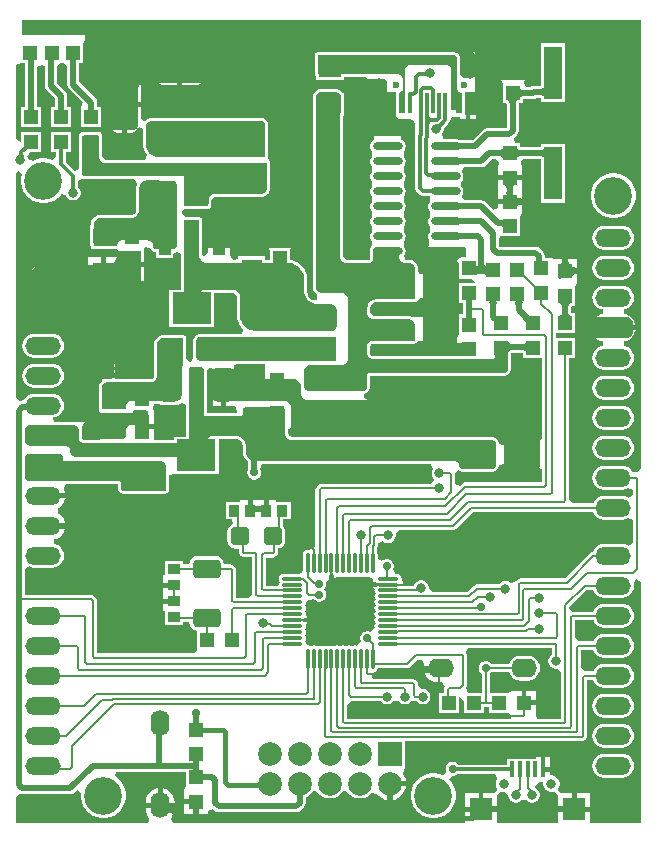
<source format=gbr>
G04*
G04 #@! TF.GenerationSoftware,Altium Limited,Altium Designer,24.2.2 (26)*
G04*
G04 Layer_Physical_Order=1*
G04 Layer_Color=255*
%FSLAX44Y44*%
%MOMM*%
G71*
G04*
G04 #@! TF.SameCoordinates,4540F394-007A-4255-9B34-8FA5F3C486F6*
G04*
G04*
G04 #@! TF.FilePolarity,Positive*
G04*
G01*
G75*
%ADD13C,0.2000*%
%ADD17C,0.3000*%
%ADD20R,0.9000X1.0000*%
G04:AMPARAMS|DCode=21|XSize=1.6mm|YSize=1.6mm|CornerRadius=0.4mm|HoleSize=0mm|Usage=FLASHONLY|Rotation=0.000|XOffset=0mm|YOffset=0mm|HoleType=Round|Shape=RoundedRectangle|*
%AMROUNDEDRECTD21*
21,1,1.6000,0.8000,0,0,0.0*
21,1,0.8000,1.6000,0,0,0.0*
1,1,0.8000,0.4000,-0.4000*
1,1,0.8000,-0.4000,-0.4000*
1,1,0.8000,-0.4000,0.4000*
1,1,0.8000,0.4000,0.4000*
%
%ADD21ROUNDEDRECTD21*%
%ADD22R,1.2000X1.2000*%
%ADD23O,2.2000X1.6000*%
%ADD24R,0.4000X1.3500*%
%ADD25R,1.9000X1.9000*%
%ADD26O,1.6000X2.2000*%
%ADD27R,1.0000X0.9000*%
G04:AMPARAMS|DCode=28|XSize=1.6mm|YSize=2.4mm|CornerRadius=0.4mm|HoleSize=0mm|Usage=FLASHONLY|Rotation=270.000|XOffset=0mm|YOffset=0mm|HoleType=Round|Shape=RoundedRectangle|*
%AMROUNDEDRECTD28*
21,1,1.6000,1.6000,0,0,270.0*
21,1,0.8000,2.4000,0,0,270.0*
1,1,0.8000,-0.8000,-0.4000*
1,1,0.8000,-0.8000,0.4000*
1,1,0.8000,0.8000,0.4000*
1,1,0.8000,0.8000,-0.4000*
%
%ADD28ROUNDEDRECTD28*%
%ADD29O,0.3000X1.8000*%
%ADD30O,1.8000X0.3000*%
%ADD31R,2.0000X1.2000*%
%ADD32R,1.2000X1.2000*%
%ADD33R,1.9000X1.5000*%
%ADD34R,1.5000X1.9000*%
%ADD35R,1.8000X1.3000*%
%ADD36R,1.2000X2.0000*%
%ADD37R,1.0000X2.7000*%
%ADD38R,3.3000X2.7000*%
%ADD39R,0.6000X1.8000*%
%ADD40R,0.3000X1.8000*%
%ADD41O,2.5000X0.7000*%
%ADD42R,1.5000X4.5000*%
%ADD46O,2.4000X1.8000*%
%ADD75C,0.5000*%
%ADD76C,0.4000*%
%ADD77R,2.0000X2.0000*%
%ADD78C,2.0000*%
%ADD79C,3.2004*%
%ADD80O,3.0000X1.5000*%
%AMCUSTOMSHAPE81*
4,1,8,-1.0000,-1.5250,-0.5000,-2.0250,0.5000,-2.0250,1.0000,-1.5250,1.0000,1.5250,0.5000,2.0250,-0.5000,2.0250,-1.0000,1.5250,-1.0000,-1.5250,0.0*%
%ADD81CUSTOMSHAPE81*%

%AMCUSTOMSHAPE82*
4,1,8,-1.5250,1.0000,-2.0250,0.5000,-2.0250,-0.5000,-1.5250,-1.0000,1.5250,-1.0000,2.0250,-0.5000,2.0250,0.5000,1.5250,1.0000,-1.5250,1.0000,0.0*%
%ADD82CUSTOMSHAPE82*%

%ADD83R,2.4000X1.8000*%
%ADD84O,0.9000X1.7000*%
%ADD85O,0.9000X2.0000*%
%ADD86C,0.6000*%
%ADD87C,0.8000*%
%ADD88C,0.7000*%
%ADD89C,1.0000*%
G36*
X532371Y303119D02*
X529139Y300436D01*
X525505Y300953D01*
X523902Y303042D01*
X521813Y304645D01*
X519380Y305653D01*
X516770Y305996D01*
X501770D01*
X499160Y305653D01*
X496727Y304645D01*
X494638Y303042D01*
X493035Y300953D01*
X492027Y298521D01*
X491684Y295910D01*
X492027Y293300D01*
X493035Y290867D01*
X494638Y288778D01*
X496727Y287175D01*
X499160Y286167D01*
X501770Y285824D01*
X516770D01*
X519380Y286167D01*
X521813Y287175D01*
X522021Y287335D01*
X526021Y285362D01*
Y281058D01*
X522021Y279085D01*
X521813Y279245D01*
X519380Y280253D01*
X516770Y280596D01*
X501770D01*
X499160Y280253D01*
X496727Y279245D01*
X494638Y277642D01*
X493035Y275553D01*
X492424Y274079D01*
X475491D01*
X472198Y276762D01*
Y397560D01*
X477130D01*
Y414560D01*
X460769D01*
Y418560D01*
X477130D01*
Y435560D01*
X473985D01*
X473950Y435647D01*
X473849Y436021D01*
X473760Y436552D01*
X473728Y436920D01*
Y439770D01*
X473760Y440139D01*
X473849Y440668D01*
X473950Y441043D01*
X473985Y441130D01*
X477130D01*
X477130Y457251D01*
X478630Y460630D01*
X478630Y461509D01*
Y468630D01*
X478473D01*
X477789Y468570D01*
X477034Y468445D01*
X476380Y468270D01*
X475827Y468045D01*
X475374Y467770D01*
X475022Y467445D01*
X474770Y467070D01*
X474619Y466645D01*
X474569Y466170D01*
Y468630D01*
X468630D01*
Y470630D01*
X466630D01*
Y476569D01*
X463630D01*
X464105Y476619D01*
X464530Y476770D01*
X464905Y477022D01*
X465230Y477374D01*
X465505Y477827D01*
X465730Y478380D01*
X465905Y479034D01*
X466030Y479789D01*
X466104Y480630D01*
X460445D01*
X456810Y481510D01*
X455272Y481510D01*
X451272Y482181D01*
Y483481D01*
X450884Y485432D01*
X449779Y487086D01*
X446850Y490015D01*
X445196Y491120D01*
X443246Y491508D01*
X412768D01*
Y496330D01*
X413140Y500176D01*
X415313Y500176D01*
X430140D01*
X430140Y516297D01*
X431640Y519676D01*
X431640Y520555D01*
Y527150D01*
X430798Y527076D01*
X430044Y526951D01*
X429390Y526776D01*
X428837Y526551D01*
X428384Y526276D01*
X428032Y525951D01*
X427780Y525576D01*
X427629Y525151D01*
X427579Y524676D01*
Y527676D01*
X421640D01*
X411640D01*
Y524516D01*
X407640Y522860D01*
X401115Y529385D01*
X399461Y530490D01*
X397510Y530878D01*
X382920D01*
X381650Y532761D01*
X381346Y533622D01*
X381212Y534895D01*
X381641Y535454D01*
X382246Y536914D01*
X382452Y538480D01*
X382246Y540046D01*
X381641Y541506D01*
X381024Y542310D01*
X380679Y543092D01*
Y546567D01*
X381024Y547350D01*
X381641Y548154D01*
X382246Y549614D01*
X382452Y551180D01*
X382246Y552746D01*
X381641Y554206D01*
X381257Y554707D01*
X381913Y557289D01*
X382920Y558782D01*
X397510D01*
X399461Y559170D01*
X401115Y560275D01*
X406566Y565726D01*
X409243D01*
X411198Y564460D01*
X412447Y562400D01*
X412486Y561951D01*
X412471Y561695D01*
X411640Y559824D01*
X411640Y558945D01*
Y551824D01*
X431640D01*
Y558945D01*
X431640Y559824D01*
X430809Y561695D01*
X430794Y561951D01*
X430833Y562400D01*
X432082Y564460D01*
X434037Y565726D01*
X447110D01*
X447478Y565694D01*
X448008Y565605D01*
X448383Y565504D01*
X448470Y565469D01*
Y528810D01*
X468470D01*
Y578810D01*
X448470D01*
Y576179D01*
X448383Y576144D01*
X448008Y576043D01*
X447478Y575955D01*
X447110Y575922D01*
X431492D01*
X431119Y575955D01*
X430583Y576043D01*
X430203Y576145D01*
X430140Y576171D01*
Y579324D01*
X426352D01*
X425098Y582517D01*
X425045Y583324D01*
X427785Y586064D01*
X428890Y587718D01*
X429278Y589669D01*
Y611768D01*
X429311Y612141D01*
X429399Y612677D01*
X429501Y613057D01*
X429527Y613120D01*
X432680D01*
Y616273D01*
X432743Y616299D01*
X433123Y616401D01*
X433659Y616489D01*
X434031Y616522D01*
X440970D01*
X442921Y616910D01*
X443702Y617432D01*
X447110D01*
X447478Y617400D01*
X448008Y617311D01*
X448383Y617210D01*
X448470Y617175D01*
Y613810D01*
X468470D01*
Y663810D01*
X448470D01*
Y627885D01*
X448383Y627850D01*
X448008Y627749D01*
X447478Y627660D01*
X447110Y627628D01*
X441880D01*
X439929Y627240D01*
X439148Y626718D01*
X436577D01*
X434622Y627984D01*
X433373Y630044D01*
X433334Y630493D01*
X433349Y630749D01*
X434115Y632475D01*
X434081Y632460D01*
X414251D01*
X415680Y629241D01*
X415680Y628620D01*
Y613120D01*
X418833D01*
X418859Y613057D01*
X418961Y612677D01*
X419049Y612141D01*
X419082Y611768D01*
Y591838D01*
X402590D01*
X400639Y591450D01*
X398985Y590345D01*
X390318Y581678D01*
X381636D01*
X380692Y581710D01*
X379708Y581802D01*
X379430Y581845D01*
X379293Y581876D01*
X379204Y581913D01*
X379125Y581966D01*
X379032Y581984D01*
X377966Y582426D01*
X376400Y582632D01*
X365508D01*
X364744Y583837D01*
X364077Y586632D01*
X364611Y587166D01*
X365467Y588648D01*
X365910Y590302D01*
Y590706D01*
X365951Y590857D01*
X365969Y591121D01*
X365992Y591277D01*
X366025Y591424D01*
X366069Y591564D01*
X366125Y591702D01*
X366194Y591841D01*
X366280Y591984D01*
X366380Y592126D01*
X369714Y595460D01*
X369714Y595460D01*
X370598Y596783D01*
X370869Y598148D01*
X372830Y601336D01*
X379330D01*
Y599836D01*
X384330D01*
Y603250D01*
X383540D01*
Y622300D01*
X389890D01*
Y622300D01*
X390386Y622349D01*
X391301Y622728D01*
X392002Y623429D01*
X392381Y624344D01*
X392430Y624840D01*
Y636042D01*
X391518Y635342D01*
X391050Y634733D01*
X387962Y633798D01*
X386007Y634005D01*
X385546Y634271D01*
X384020Y634680D01*
X382440D01*
X379739Y638027D01*
X379739Y650240D01*
X379739Y650997D01*
X379739Y650998D01*
X379739Y650998D01*
X379629Y651552D01*
X379545Y651973D01*
X379545Y651973D01*
X379545Y651973D01*
X378965Y653374D01*
X378965Y653374D01*
X378413Y654201D01*
X378412Y654201D01*
X378412Y654201D01*
X377340Y655273D01*
X377340Y655273D01*
X377340Y655273D01*
X376816Y655623D01*
X376513Y655825D01*
X376513Y655825D01*
X376513Y655825D01*
X375113Y656405D01*
X375113Y656405D01*
X375112Y656405D01*
X374743Y656478D01*
X374182Y656590D01*
X259035D01*
X258105Y656405D01*
X257278Y655852D01*
X256725Y655025D01*
X256531Y654050D01*
Y637540D01*
X256725Y636565D01*
X257240Y635794D01*
Y632880D01*
X281240D01*
Y634991D01*
X299916D01*
X300957Y633730D01*
X314960Y633730D01*
X315465D01*
X316399Y633343D01*
X317113Y632629D01*
X317500Y631695D01*
Y631190D01*
Y624840D01*
Y624840D01*
X317549Y624344D01*
X317928Y623429D01*
X318629Y622728D01*
X319544Y622349D01*
X320040Y622300D01*
X325120D01*
Y603249D01*
Y603249D01*
X325193Y602506D01*
X325762Y601133D01*
X326813Y600081D01*
X328187Y599513D01*
X328930Y599440D01*
X336550Y599440D01*
X336550Y599440D01*
X337561Y599440D01*
X339428Y598667D01*
X340857Y597238D01*
X341630Y595371D01*
X341630Y594360D01*
X341630Y540601D01*
X341752Y539987D01*
X342636Y538663D01*
X345704Y535596D01*
X345704Y535596D01*
X347027Y534712D01*
X348587Y534402D01*
X353264D01*
X353514Y534387D01*
X353720Y534155D01*
X354121Y533166D01*
Y530392D01*
X353776Y529610D01*
X353159Y528806D01*
X352554Y527346D01*
X352348Y525780D01*
X352554Y524214D01*
X353159Y522754D01*
X353776Y521950D01*
X354121Y521167D01*
Y517692D01*
X353776Y516911D01*
X353159Y516106D01*
X352554Y514646D01*
X352348Y513080D01*
X352554Y511514D01*
X353159Y510054D01*
X353776Y509249D01*
X354121Y508467D01*
Y504992D01*
X353776Y504211D01*
X353159Y503406D01*
X352554Y501946D01*
X352348Y500380D01*
X352554Y498814D01*
X353159Y497354D01*
X353051Y493029D01*
X351870Y491490D01*
X382270D01*
X382270Y491490D01*
X382775Y491490D01*
X383709Y491104D01*
X384424Y490389D01*
X384810Y489455D01*
X384810Y488950D01*
X384810Y485140D01*
X384810Y485140D01*
X384810Y484635D01*
X384423Y483701D01*
X383709Y482987D01*
X382775Y482600D01*
X382270Y482600D01*
X381031Y482478D01*
X378742Y481530D01*
X376990Y479778D01*
X376848Y479436D01*
X378850Y476403D01*
Y464510D01*
X389330D01*
X393313Y460543D01*
X393313Y460510D01*
X378850D01*
Y443510D01*
X382252D01*
Y434060D01*
X378850D01*
Y417939D01*
X377350Y414560D01*
X377350Y414560D01*
X377350Y414560D01*
Y410513D01*
X377964Y410259D01*
X378460Y410210D01*
X392430D01*
Y398780D01*
X351790Y398780D01*
X351790Y398780D01*
X351032D01*
X351011Y398789D01*
X306195D01*
X305705Y398837D01*
X304691Y399257D01*
X304007Y399941D01*
X303587Y400955D01*
X303539Y401445D01*
Y407545D01*
X303563Y407787D01*
X303793Y408343D01*
X304127Y408677D01*
X304683Y408907D01*
X304926Y408931D01*
X339090D01*
X339595Y408931D01*
X339595Y408931D01*
X339595Y408931D01*
X340570Y409125D01*
X340571Y409125D01*
X341504Y409512D01*
X342331Y410064D01*
X344140Y411640D01*
X347980D01*
Y419100D01*
Y431640D01*
X344140D01*
Y431640D01*
X340168Y431708D01*
X339853Y431918D01*
X339852Y431918D01*
X339852Y431918D01*
X337518Y432885D01*
X337518Y432885D01*
X337518Y432885D01*
X337028Y432983D01*
X336543Y433079D01*
X336543Y433079D01*
X336543Y433079D01*
X335280Y433079D01*
X335280Y433079D01*
X306439D01*
X303539Y435979D01*
X303539Y439357D01*
X303563Y439854D01*
X303769Y440888D01*
X304149Y441805D01*
X304700Y442629D01*
X305401Y443330D01*
X306225Y443881D01*
X307141Y444261D01*
X308176Y444467D01*
X308674Y444491D01*
X341235Y444491D01*
X341630Y444491D01*
X341630Y444491D01*
X342605Y444685D01*
X343432Y445238D01*
X343433Y445238D01*
X343985Y446064D01*
X345833Y447631D01*
X347980Y448399D01*
X347980Y468470D01*
X344416Y468470D01*
X344179Y472372D01*
Y472439D01*
X344179Y473449D01*
X344179Y473450D01*
X344179Y473450D01*
X344073Y473986D01*
X343986Y474425D01*
X343986Y474425D01*
X343986Y474426D01*
X343213Y476293D01*
X343212Y476293D01*
X343212Y476294D01*
X342935Y476709D01*
X342660Y477120D01*
X342660Y477120D01*
X342660Y477121D01*
X341231Y478550D01*
X341230Y478550D01*
X341230Y478550D01*
X340805Y478834D01*
X340404Y479102D01*
X340403Y479102D01*
X340403Y479103D01*
X338535Y479876D01*
X338535Y479876D01*
X338535Y479876D01*
X338090Y479964D01*
X337560Y480069D01*
X337560Y480069D01*
X337559Y480069D01*
X336550Y480069D01*
X336550Y480069D01*
X334135D01*
X333934Y480089D01*
X333169Y481212D01*
X332481Y484446D01*
X332641Y484654D01*
X333246Y486114D01*
X333452Y487680D01*
X333246Y489246D01*
X332641Y490706D01*
X332024Y491511D01*
X331679Y492293D01*
Y495768D01*
X332024Y496549D01*
X332641Y497354D01*
X333246Y498814D01*
X333452Y500380D01*
X333246Y501946D01*
X332641Y503406D01*
X332024Y504211D01*
X331679Y504992D01*
Y508467D01*
X332024Y509249D01*
X332641Y510054D01*
X333246Y511514D01*
X333452Y513080D01*
X333246Y514646D01*
X332641Y516106D01*
X332024Y516911D01*
X331679Y517692D01*
Y521167D01*
X332024Y521950D01*
X332641Y522754D01*
X333246Y524214D01*
X333452Y525780D01*
X333246Y527346D01*
X332641Y528806D01*
X332024Y529610D01*
X331679Y530392D01*
Y533867D01*
X332024Y534650D01*
X332641Y535454D01*
X333246Y536914D01*
X333452Y538480D01*
X333246Y540046D01*
X332641Y541506D01*
X332024Y542310D01*
X331679Y543092D01*
Y546567D01*
X332024Y547350D01*
X332641Y548154D01*
X333246Y549614D01*
X333452Y551180D01*
X333246Y552746D01*
X332641Y554206D01*
X332024Y555010D01*
X331679Y555793D01*
Y559268D01*
X332024Y560050D01*
X332641Y560854D01*
X333246Y562314D01*
X333452Y563880D01*
X333246Y565446D01*
X332641Y566906D01*
X332024Y567710D01*
X331679Y568493D01*
Y571968D01*
X332024Y572749D01*
X332641Y573554D01*
X333246Y575014D01*
X333452Y576580D01*
X333246Y578146D01*
X332641Y579606D01*
X331679Y580859D01*
X330426Y581821D01*
X329951Y582018D01*
X329180Y584948D01*
X329224Y585470D01*
X307340Y585470D01*
X307340Y585470D01*
X307322Y585470D01*
X306939D01*
X306757Y581980D01*
X306374Y581821D01*
X305121Y580859D01*
X304159Y579606D01*
X303554Y578146D01*
X303348Y576580D01*
X303554Y575014D01*
X304159Y573554D01*
X304776Y572749D01*
X305121Y571968D01*
Y568493D01*
X304776Y567710D01*
X304159Y566906D01*
X303554Y565446D01*
X303348Y563880D01*
X303554Y562314D01*
X304159Y560854D01*
X304776Y560050D01*
X305121Y559268D01*
Y555793D01*
X304776Y555010D01*
X304159Y554206D01*
X303554Y552746D01*
X303348Y551180D01*
X303554Y549614D01*
X304159Y548154D01*
X304776Y547350D01*
X305121Y546567D01*
Y543092D01*
X304776Y542310D01*
X304159Y541506D01*
X303554Y540046D01*
X303348Y538480D01*
X303554Y536914D01*
X304159Y535454D01*
X304776Y534650D01*
X305121Y533867D01*
Y530392D01*
X304776Y529610D01*
X304159Y528806D01*
X303554Y527346D01*
X303348Y525780D01*
X303554Y524214D01*
X304159Y522754D01*
X304776Y521950D01*
X305121Y521167D01*
Y517692D01*
X304776Y516911D01*
X304159Y516106D01*
X303554Y514646D01*
X303348Y513080D01*
X303554Y511514D01*
X304159Y510054D01*
X304776Y509249D01*
X305121Y508467D01*
Y504992D01*
X304776Y504211D01*
X304159Y503406D01*
X303554Y501946D01*
X303348Y500380D01*
X303554Y498814D01*
X304159Y497354D01*
X304466Y496954D01*
X304549Y496786D01*
X304619Y496583D01*
X304972Y494855D01*
X304662Y492251D01*
X304417Y491838D01*
X304375Y491776D01*
X304102Y491367D01*
X304102Y491367D01*
X304102Y491366D01*
X303715Y490433D01*
X303715Y490433D01*
X303715Y490432D01*
X303614Y489925D01*
X303521Y489458D01*
X303521Y489457D01*
X303521Y489457D01*
X303521Y488992D01*
X303348Y487680D01*
X303521Y486368D01*
X303521Y481454D01*
X303497Y481211D01*
X303268Y480656D01*
X302934Y480322D01*
X302379Y480093D01*
X302136Y480069D01*
X283579Y480069D01*
X280679Y482969D01*
X280679Y601880D01*
X281240D01*
Y621880D01*
X279735D01*
X279621Y622050D01*
X279354Y622450D01*
X279353Y622451D01*
X279353Y622451D01*
X278281Y623523D01*
X278281Y623523D01*
X278281Y623523D01*
X277858Y623806D01*
X277454Y624076D01*
X277454Y624076D01*
X277453Y624076D01*
X276053Y624655D01*
X276052Y624656D01*
X276052Y624656D01*
X275561Y624753D01*
X275077Y624849D01*
X275077Y624849D01*
X275077Y624849D01*
X274321Y624849D01*
X274320Y624849D01*
X262162Y624849D01*
X261297Y624850D01*
X261297Y624850D01*
X261296Y624850D01*
X260782Y624748D01*
X260321Y624656D01*
X260321Y624656D01*
X260321Y624656D01*
X258722Y623995D01*
X258722Y623995D01*
X258721Y623994D01*
X258264Y623689D01*
X257894Y623443D01*
X257894Y623442D01*
X257894Y623442D01*
X256670Y622219D01*
X256670Y622219D01*
X256670Y622219D01*
X256396Y621809D01*
X256117Y621392D01*
X256117Y621392D01*
X256117Y621392D01*
X255455Y619793D01*
X255455Y619793D01*
X255455Y619793D01*
X255359Y619312D01*
X255261Y618818D01*
X255261Y618818D01*
X255261Y618817D01*
X255261Y617952D01*
Y457200D01*
X255261Y456189D01*
X255261Y456189D01*
X255261Y456189D01*
X255357Y455704D01*
X255455Y455214D01*
X255455Y455214D01*
X255455Y455213D01*
X256228Y453346D01*
X256228Y453346D01*
X256228Y453346D01*
X256485Y452962D01*
X256781Y452519D01*
X256781Y452519D01*
X256781Y452519D01*
X258210Y451090D01*
X258210Y451090D01*
X258210Y451090D01*
X258631Y450809D01*
X258770Y450098D01*
X258839Y449413D01*
X258324Y446504D01*
X256555Y445929D01*
X255604Y446118D01*
X254228Y446688D01*
X252989Y447516D01*
X251936Y448569D01*
X251108Y449808D01*
X250539Y451184D01*
X250236Y452706D01*
X250199Y453452D01*
X250199Y463550D01*
X250199Y464963D01*
X250150Y465209D01*
Y465460D01*
X249599Y468231D01*
X249503Y468463D01*
X249454Y468709D01*
X248372Y471320D01*
X248233Y471528D01*
X248137Y471760D01*
X246567Y474110D01*
X246390Y474287D01*
X246250Y474496D01*
X244252Y476494D01*
X244044Y476633D01*
X243866Y476811D01*
X241517Y478380D01*
X241285Y478476D01*
X241076Y478616D01*
X238466Y479697D01*
X238220Y479746D01*
X237988Y479842D01*
X235830Y480271D01*
Y488111D01*
X236766Y490220D01*
X217894D01*
X218830Y488111D01*
Y480443D01*
X214700D01*
Y483450D01*
X191700D01*
Y481176D01*
X187700Y480565D01*
X184400Y484069D01*
Y490220D01*
X168910D01*
X168152Y490220D01*
X166752Y490800D01*
X166400Y491151D01*
Y486668D01*
X164290Y484307D01*
X162400Y483886D01*
X161299Y485102D01*
Y514350D01*
X161105Y515325D01*
X160552Y516152D01*
X159725Y516705D01*
X158750Y516899D01*
X147762D01*
X144453Y520155D01*
Y521563D01*
X144890Y522510D01*
X146050Y523231D01*
X166370D01*
X167345Y523425D01*
X168172Y523978D01*
X168725Y524805D01*
X168806Y525210D01*
X169010D01*
Y531328D01*
X169387Y532238D01*
X170072Y532923D01*
X171085Y533343D01*
X171576Y533391D01*
X211830D01*
X212806Y533585D01*
X214673Y534358D01*
X215500Y534911D01*
X216929Y536340D01*
X217481Y537167D01*
X218255Y539034D01*
X218449Y540009D01*
Y541019D01*
X218449Y541020D01*
X218449Y562215D01*
X218449Y562610D01*
X218449Y562610D01*
X218255Y563585D01*
X217702Y564412D01*
X216861Y567690D01*
X216861Y568761D01*
X216861Y594677D01*
X216861Y595372D01*
X216667Y596348D01*
X216136Y597631D01*
X215583Y598458D01*
X215583Y598458D01*
X214601Y599441D01*
X213774Y599993D01*
X212490Y600525D01*
X211515Y600719D01*
X210820Y600719D01*
X210820Y600719D01*
X119380Y600719D01*
X118306Y600719D01*
X117331Y600525D01*
X115347Y599703D01*
X114520Y599151D01*
X113318Y597949D01*
X111985Y598098D01*
X109318Y599319D01*
Y609710D01*
X106680D01*
X106680Y594360D01*
X106680Y594360D01*
X106680Y593602D01*
X106100Y592202D01*
X105028Y591130D01*
X103628Y590550D01*
X102870Y590550D01*
X97240D01*
Y587382D01*
X100240D01*
X100240Y587382D01*
X101801Y587692D01*
X103124Y588576D01*
X107434Y592886D01*
X107855Y592874D01*
X110035Y592286D01*
X111433Y591343D01*
X111433Y577215D01*
X111433Y576277D01*
X111482Y576031D01*
Y575780D01*
X111848Y573939D01*
X111945Y573708D01*
X111994Y573461D01*
X112711Y571728D01*
X112851Y571519D01*
X112947Y571287D01*
X113989Y569727D01*
X114167Y569549D01*
X114306Y569341D01*
X114488Y569159D01*
X112869Y565159D01*
X79109D01*
X76209Y568059D01*
Y585550D01*
X76015Y586525D01*
X75810Y586832D01*
Y588550D01*
X58810Y588550D01*
X58295Y587625D01*
X57888Y587352D01*
X57335Y586525D01*
X57141Y585550D01*
X57141Y585550D01*
X57141Y585241D01*
X57141Y557533D01*
X53141Y555877D01*
X45988Y563029D01*
Y571550D01*
X50410D01*
Y588550D01*
X33410D01*
Y571550D01*
X37832D01*
Y567275D01*
X33832Y564971D01*
X32213Y565642D01*
X28542Y566372D01*
X24799D01*
X21127Y565642D01*
X17669Y564209D01*
X14132Y565839D01*
X13677Y566353D01*
X13327Y567659D01*
X13220Y567844D01*
X14195Y570142D01*
X14710Y570905D01*
X14803Y570993D01*
X14931Y571097D01*
X15051Y571183D01*
X15258Y571311D01*
X15478Y571428D01*
X15736Y571550D01*
X25010D01*
Y588550D01*
X8010D01*
Y580825D01*
X7940Y580654D01*
X7569Y580431D01*
X3568Y582697D01*
Y644870D01*
X7569Y646870D01*
X11412D01*
Y609550D01*
X8010D01*
Y592550D01*
X25010D01*
Y609550D01*
X21608D01*
Y643487D01*
X25608Y645594D01*
X27366Y644659D01*
X27922Y644103D01*
Y627720D01*
X28310Y625769D01*
X29415Y624115D01*
X36812Y616718D01*
Y609550D01*
X33410D01*
Y592550D01*
X50410D01*
Y609550D01*
X47008D01*
Y618830D01*
X46620Y620781D01*
X45515Y622435D01*
X38118Y629832D01*
Y644042D01*
X40946Y646870D01*
X44144D01*
X46972Y644042D01*
Y628650D01*
X47360Y626699D01*
X48465Y625045D01*
X59960Y613550D01*
X58810Y609550D01*
X58810D01*
Y592550D01*
X75810D01*
Y609550D01*
X72408D01*
Y613410D01*
X72020Y615361D01*
X70915Y617015D01*
X57168Y630762D01*
Y646870D01*
X60570D01*
X60570Y662991D01*
X62070Y666370D01*
X62070Y667249D01*
Y670560D01*
X8890D01*
Y683260D01*
X105600D01*
X105600D01*
X143955Y683260D01*
X143955Y683260D01*
X148780D01*
X148780Y683260D01*
X244920Y683260D01*
X244920Y683260D01*
X532371D01*
Y303119D01*
D02*
G37*
G36*
X352226Y635408D02*
X351916Y635588D01*
X351599Y635748D01*
X351273Y635890D01*
X350940Y636013D01*
X350599Y636117D01*
X350249Y636202D01*
X349892Y636268D01*
X349527Y636315D01*
X349154Y636344D01*
X348773Y636353D01*
X347967Y639353D01*
X348363Y639368D01*
X348736Y639413D01*
X349086Y639488D01*
X349412Y639592D01*
X349716Y639726D01*
X349996Y639891D01*
X350253Y640085D01*
X350488Y640308D01*
X350699Y640562D01*
X350887Y640845D01*
X352226Y635408D01*
D02*
G37*
G36*
X340073Y618836D02*
X339730Y618833D01*
X338721Y618768D01*
X338559Y618738D01*
X338432Y618702D01*
X338342Y618661D01*
X338288Y618615D01*
X338269Y618563D01*
X338299Y621805D01*
X340073Y621836D01*
Y618836D01*
D02*
G37*
G36*
X451001Y617530D02*
X450951Y618005D01*
X450801Y618430D01*
X450550Y618805D01*
X450201Y619130D01*
X449751Y619405D01*
X449201Y619630D01*
X448550Y619805D01*
X447800Y619930D01*
X446950Y620005D01*
X446001Y620030D01*
Y625030D01*
X446950Y625055D01*
X447800Y625130D01*
X448550Y625255D01*
X449201Y625430D01*
X449751Y625655D01*
X450201Y625930D01*
X450550Y626255D01*
X450801Y626630D01*
X450951Y627055D01*
X451001Y627530D01*
Y617530D01*
D02*
G37*
G36*
X430169Y626145D02*
X430320Y625720D01*
X430572Y625345D01*
X430924Y625020D01*
X431377Y624745D01*
X431930Y624520D01*
X432584Y624345D01*
X433339Y624220D01*
X434194Y624145D01*
X435149Y624120D01*
Y619120D01*
X434194Y619095D01*
X433339Y619020D01*
X432584Y618895D01*
X431930Y618720D01*
X431377Y618495D01*
X430924Y618220D01*
X430572Y617895D01*
X430320Y617520D01*
X430169Y617095D01*
X430119Y616620D01*
Y626620D01*
X430169Y626145D01*
D02*
G37*
G36*
X428705Y615631D02*
X428280Y615480D01*
X427905Y615228D01*
X427580Y614876D01*
X427305Y614423D01*
X427080Y613870D01*
X426905Y613216D01*
X426780Y612462D01*
X426705Y611606D01*
X426680Y610650D01*
X421680D01*
X421655Y611606D01*
X421580Y612462D01*
X421455Y613216D01*
X421280Y613870D01*
X421055Y614423D01*
X420780Y614876D01*
X420455Y615228D01*
X420080Y615480D01*
X419655Y615631D01*
X419180Y615681D01*
X429180D01*
X428705Y615631D01*
D02*
G37*
G36*
X373380Y654050D02*
X374138Y654050D01*
X375538Y653470D01*
X376610Y652398D01*
X377190Y650998D01*
X377190Y650240D01*
X377190Y625771D01*
X377190Y625771D01*
X377268Y624982D01*
X377871Y623525D01*
X378987Y622410D01*
X380444Y621806D01*
X381233Y621729D01*
X381233Y607060D01*
X372110D01*
Y641350D01*
X372109Y641350D01*
X372037Y642093D01*
X371468Y643467D01*
X370417Y644518D01*
X369043Y645087D01*
X368300Y645160D01*
X336550Y645160D01*
X336550Y645160D01*
X335892Y645095D01*
X334677Y644592D01*
X333747Y643661D01*
X333243Y642446D01*
X333179Y641789D01*
Y614617D01*
X327660D01*
Y619760D01*
X327660Y620378D01*
X328051Y621551D01*
X328793Y622541D01*
X329810Y623245D01*
X330403Y623418D01*
X330403Y623418D01*
X330626Y623503D01*
X331016Y623773D01*
X331301Y624152D01*
X331451Y624603D01*
X331470Y624840D01*
X331470Y632460D01*
X331470D01*
X331372Y633451D01*
X330614Y635282D01*
X329212Y636684D01*
X327381Y637442D01*
X326390Y637540D01*
X259080Y637540D01*
Y654050D01*
X373380D01*
X373380Y654050D01*
D02*
G37*
G36*
X210820Y598170D02*
X211515Y598170D01*
X212798Y597638D01*
X213781Y596656D01*
X214312Y595372D01*
X214312Y594678D01*
X214312Y567690D01*
X123507Y567690D01*
X123507D01*
X122569Y567690D01*
X120729Y568056D01*
X118996Y568774D01*
X117436Y569816D01*
X116109Y571143D01*
X115066Y572703D01*
X114348Y574437D01*
X113982Y576277D01*
X113982Y577215D01*
X113982Y592772D01*
X113982Y592772D01*
X113982Y593846D01*
X114804Y595830D01*
X116322Y597348D01*
X118306Y598170D01*
X119380Y598170D01*
X210820Y598170D01*
X210820Y598170D01*
D02*
G37*
G36*
X364856Y594249D02*
X364591Y593966D01*
X364353Y593675D01*
X364142Y593375D01*
X363957Y593066D01*
X363799Y592749D01*
X363667Y592423D01*
X363562Y592088D01*
X363484Y591745D01*
X363433Y591393D01*
X363408Y591032D01*
X359615Y595152D01*
X359973Y595149D01*
X360323Y595175D01*
X360664Y595231D01*
X360998Y595317D01*
X361323Y595434D01*
X361641Y595580D01*
X361950Y595756D01*
X362251Y595962D01*
X362544Y596199D01*
X362830Y596465D01*
X364856Y594249D01*
D02*
G37*
G36*
X353360Y602587D02*
X353450Y602077D01*
X353600Y601627D01*
X353810Y601237D01*
X354080Y600907D01*
X354410Y600637D01*
X354800Y600427D01*
X355250Y600277D01*
X355760Y600187D01*
X356330Y600157D01*
Y597157D01*
X355760Y597127D01*
X355250Y597037D01*
X354800Y596887D01*
X354410Y596677D01*
X354080Y596407D01*
X353810Y596077D01*
X353600Y595687D01*
X353450Y595237D01*
X353360Y594727D01*
X353330Y594157D01*
X350330Y598657D01*
X353330Y603157D01*
X353360Y602587D01*
D02*
G37*
G36*
X14783Y574111D02*
X14553Y574278D01*
X14279Y574359D01*
X13962Y574356D01*
X13602Y574268D01*
X13200Y574096D01*
X12754Y573838D01*
X12265Y573496D01*
X11733Y573068D01*
X10540Y571959D01*
X8419Y574081D01*
X9016Y574698D01*
X9956Y575805D01*
X10298Y576294D01*
X10556Y576740D01*
X10728Y577142D01*
X10816Y577502D01*
X10819Y577819D01*
X10738Y578092D01*
X10571Y578323D01*
X14783Y574111D01*
D02*
G37*
G36*
X378331Y579510D02*
X378599Y579420D01*
X378952Y579340D01*
X379392Y579271D01*
X380531Y579165D01*
X382884Y579085D01*
X383841Y579080D01*
Y574080D01*
X382884Y574075D01*
X378952Y573820D01*
X378599Y573740D01*
X378331Y573650D01*
X378150Y573549D01*
Y579611D01*
X378331Y579510D01*
D02*
G37*
G36*
X9727Y570707D02*
X9736Y570326D01*
X9812Y569588D01*
X9878Y569231D01*
X9963Y568881D01*
X10067Y568540D01*
X10190Y568207D01*
X10332Y567881D01*
X10492Y567564D01*
X10672Y567254D01*
X5234Y568593D01*
X5518Y568781D01*
X5772Y568992D01*
X5995Y569227D01*
X6189Y569484D01*
X6353Y569764D01*
X6488Y570068D01*
X6592Y570394D01*
X6667Y570744D01*
X6712Y571117D01*
X6727Y571513D01*
X9727Y570707D01*
D02*
G37*
G36*
X451001Y565824D02*
X450951Y566299D01*
X450801Y566724D01*
X450550Y567099D01*
X450201Y567424D01*
X449751Y567699D01*
X449201Y567924D01*
X448550Y568099D01*
X447800Y568224D01*
X446950Y568299D01*
X446001Y568324D01*
Y573324D01*
X446950Y573349D01*
X447800Y573424D01*
X448550Y573549D01*
X449201Y573724D01*
X449751Y573949D01*
X450201Y574224D01*
X450550Y574549D01*
X450801Y574924D01*
X450951Y575349D01*
X451001Y575824D01*
Y565824D01*
D02*
G37*
G36*
X427629Y575349D02*
X427780Y574924D01*
X428032Y574549D01*
X428384Y574224D01*
X428837Y573949D01*
X429390Y573724D01*
X430044Y573549D01*
X430798Y573424D01*
X431654Y573349D01*
X432609Y573324D01*
Y568324D01*
X431654Y568299D01*
X430798Y568224D01*
X430044Y568099D01*
X429390Y567924D01*
X428837Y567699D01*
X428384Y567424D01*
X428032Y567099D01*
X427780Y566724D01*
X427629Y566299D01*
X427579Y565824D01*
Y575824D01*
X427629Y575349D01*
D02*
G37*
G36*
X415701Y565824D02*
X415651Y566299D01*
X415500Y566724D01*
X415248Y567099D01*
X414896Y567424D01*
X414443Y567699D01*
X413890Y567924D01*
X413236Y568099D01*
X412481Y568224D01*
X411626Y568299D01*
X410671Y568324D01*
Y573324D01*
X411626Y573349D01*
X412481Y573424D01*
X413236Y573549D01*
X413890Y573724D01*
X414443Y573949D01*
X414896Y574224D01*
X415248Y574549D01*
X415500Y574924D01*
X415651Y575349D01*
X415701Y575824D01*
Y565824D01*
D02*
G37*
G36*
X378331Y566810D02*
X378599Y566720D01*
X378952Y566640D01*
X379392Y566571D01*
X380531Y566465D01*
X382884Y566385D01*
X383841Y566380D01*
Y561380D01*
X382884Y561375D01*
X378952Y561120D01*
X378599Y561040D01*
X378331Y560950D01*
X378150Y560849D01*
Y566911D01*
X378331Y566810D01*
D02*
G37*
G36*
X355554Y549240D02*
X355569Y549469D01*
X355508Y549674D01*
X355371Y549855D01*
X355157Y550011D01*
X354868Y550144D01*
X354502Y550252D01*
X354060Y550337D01*
X353542Y550397D01*
X352948Y550433D01*
X352277Y550445D01*
X352765Y553445D01*
X353324Y553453D01*
X354773Y553568D01*
X355180Y553637D01*
X355550Y553721D01*
X355882Y553820D01*
X356176Y553935D01*
X356432Y554065D01*
X356650Y554211D01*
X355554Y549240D01*
D02*
G37*
G36*
X356629Y535504D02*
X356585Y535785D01*
X356454Y536035D01*
X356236Y536257D01*
X355931Y536449D01*
X355538Y536611D01*
X355058Y536744D01*
X354491Y536847D01*
X353837Y536921D01*
X353095Y536965D01*
X352266Y536980D01*
Y539980D01*
X353095Y539995D01*
X354491Y540113D01*
X355058Y540216D01*
X355538Y540349D01*
X355931Y540511D01*
X356236Y540703D01*
X356454Y540924D01*
X356585Y541175D01*
X356629Y541456D01*
Y535504D01*
D02*
G37*
G36*
X73660Y567690D02*
Y567690D01*
X73758Y566699D01*
X74516Y564868D01*
X75918Y563466D01*
X77749Y562707D01*
X78740Y562610D01*
X151390Y562610D01*
X151376Y562506D01*
X151376Y562505D01*
X151502Y562532D01*
X151757Y562571D01*
X152013Y562597D01*
X152271Y562610D01*
X152400Y562610D01*
X215900Y562610D01*
X215900Y541020D01*
X215900Y541020D01*
Y540009D01*
X215126Y538142D01*
X213697Y536713D01*
X211830Y535940D01*
X171450D01*
X171450Y535940D01*
X170459Y535842D01*
X168628Y535084D01*
X167226Y533682D01*
X166468Y531851D01*
X166370Y530860D01*
Y525780D01*
X146050D01*
X146050Y551180D01*
X62230D01*
X62230Y551180D01*
X61725D01*
X60791Y551567D01*
X60077Y552281D01*
X59690Y553215D01*
Y553720D01*
X59690Y585550D01*
X73660D01*
Y567690D01*
D02*
G37*
G36*
X378331Y528710D02*
X378599Y528620D01*
X378952Y528540D01*
X379392Y528471D01*
X380531Y528365D01*
X382884Y528285D01*
X383841Y528280D01*
Y523280D01*
X382884Y523275D01*
X378952Y523020D01*
X378599Y522940D01*
X378331Y522850D01*
X378150Y522749D01*
Y528811D01*
X378331Y528710D01*
D02*
G37*
G36*
X7997Y553316D02*
X8372Y552781D01*
X7668Y549241D01*
Y545499D01*
X8398Y541827D01*
X9831Y538369D01*
X11910Y535257D01*
X14557Y532610D01*
X17669Y530531D01*
X21127Y529098D01*
X24799Y528368D01*
X28542D01*
X32213Y529098D01*
X35671Y530531D01*
X38783Y532610D01*
X41430Y535257D01*
X41764Y535757D01*
X45972Y534855D01*
X46013Y534701D01*
X46869Y533219D01*
X48079Y532009D01*
X49561Y531153D01*
X51214Y530710D01*
X52926D01*
X54579Y531153D01*
X56061Y532009D01*
X57271Y533219D01*
X58127Y534701D01*
X58570Y536354D01*
Y538066D01*
X58127Y539719D01*
X57271Y541201D01*
X56148Y542324D01*
Y546948D01*
X57256Y548047D01*
X60148Y549074D01*
X60749Y548825D01*
X61725Y548631D01*
X62230D01*
X62230Y548631D01*
X103833D01*
X105242Y547044D01*
X106144Y544631D01*
X105847Y543916D01*
X105798Y543669D01*
X105701Y543437D01*
X105450Y542181D01*
X105450Y541929D01*
X105401Y541682D01*
Y523304D01*
X105378Y522824D01*
X105179Y521825D01*
X104813Y520942D01*
X104282Y520148D01*
X103607Y519472D01*
X102812Y518941D01*
X101929Y518576D01*
X100930Y518377D01*
X100452Y518353D01*
X75114D01*
X75114Y518353D01*
X74067Y518353D01*
X73092Y518159D01*
X71157Y517358D01*
X70330Y516805D01*
X68849Y515324D01*
X68296Y514497D01*
X67495Y512563D01*
X67301Y511587D01*
Y509910D01*
X65970D01*
Y491910D01*
X67301D01*
Y491674D01*
X67495Y490699D01*
X68048Y489872D01*
X68875Y489319D01*
X69850Y489125D01*
X87600D01*
X88900Y489125D01*
X90943Y486781D01*
X90977Y486814D01*
X92873Y487600D01*
X93900Y487600D01*
X93900Y487600D01*
X109220Y487600D01*
Y478220D01*
X111600D01*
Y488341D01*
X111600Y490220D01*
X111604Y490624D01*
X112916Y491366D01*
X113985Y491326D01*
X117605Y489811D01*
X118158Y488984D01*
X119229Y487912D01*
X120056Y487359D01*
X121457Y486779D01*
X121900Y486691D01*
Y482130D01*
X136900D01*
Y485034D01*
X139975Y487051D01*
X143501Y485181D01*
Y455130D01*
X133400D01*
Y423130D01*
X171400D01*
Y452111D01*
X187835D01*
X188325Y452063D01*
X189338Y451643D01*
X190023Y450958D01*
X190443Y449945D01*
X190491Y449454D01*
Y434340D01*
X190491Y432964D01*
X190540Y432718D01*
X190540Y432467D01*
X191077Y429768D01*
X191173Y429536D01*
X191222Y429290D01*
X192275Y426747D01*
X192414Y426539D01*
X192510Y426307D01*
X194039Y424019D01*
X194216Y423841D01*
X194356Y423632D01*
X196149Y421839D01*
X196062Y420215D01*
X194772Y417839D01*
X160560Y417839D01*
X159695Y417839D01*
X158719Y417645D01*
X157120Y416983D01*
X156293Y416430D01*
X155070Y415206D01*
X154517Y414380D01*
X153855Y412781D01*
X153661Y411805D01*
X153661Y410940D01*
Y398780D01*
X153661Y398022D01*
X153855Y397047D01*
X151348Y393971D01*
X151040Y393884D01*
X147529Y396718D01*
X147815Y413817D01*
X147815Y413817D01*
X147811Y413839D01*
X147815Y413860D01*
X147815Y413860D01*
X147722Y414327D01*
X147637Y414796D01*
X147637Y414796D01*
X147625Y414814D01*
X147621Y414835D01*
X147356Y415232D01*
X147098Y415632D01*
X147081Y415644D01*
X147069Y415662D01*
X146672Y415927D01*
X146281Y416198D01*
X146260Y416203D01*
X146242Y416215D01*
X146242Y416215D01*
X145774Y416308D01*
X145309Y416409D01*
X145309Y416409D01*
X145287Y416405D01*
X145266Y416409D01*
X145266Y416409D01*
X144911Y416409D01*
X128110Y416409D01*
X127132Y416409D01*
X127131Y416409D01*
X127131Y416409D01*
X126602Y416304D01*
X126156Y416215D01*
X126156Y416215D01*
X126156Y416215D01*
X124347Y415466D01*
X124347Y415466D01*
X124347Y415466D01*
X123520Y414913D01*
X122136Y413529D01*
X121584Y412702D01*
X120835Y410894D01*
X120835Y410894D01*
X120835Y410894D01*
X120764Y410536D01*
X120641Y409918D01*
X120641Y409918D01*
X120641Y409918D01*
X120641Y408939D01*
Y382395D01*
X120593Y381905D01*
X120173Y380891D01*
X119488Y380207D01*
X118475Y379787D01*
X117985Y379739D01*
X87422Y379739D01*
X86360Y382345D01*
Y382270D01*
X86360Y382270D01*
X86360Y381765D01*
X85973Y380831D01*
X85259Y380117D01*
X84325Y379730D01*
X83820Y379730D01*
X76310D01*
X76333Y378619D01*
X76101Y377720D01*
X75171Y376790D01*
X74618Y375963D01*
X73845Y374096D01*
X73651Y373120D01*
X73651Y372110D01*
Y354330D01*
X73845Y353355D01*
X74169Y352869D01*
X74448Y350567D01*
X74930Y350520D01*
X101600Y350520D01*
D01*
X101600D01*
X101600D01*
X101866Y350546D01*
X102358Y350750D01*
X102735Y351127D01*
X102939Y351619D01*
X102965Y351885D01*
X102965Y351885D01*
X102965Y352135D01*
X103156Y352596D01*
X103509Y352949D01*
X103970Y353140D01*
X104220Y353140D01*
X112950Y353140D01*
X112950Y353140D01*
X113471Y353140D01*
X114434Y352741D01*
X115171Y352004D01*
X115570Y351041D01*
X115570Y350520D01*
X115570Y342900D01*
Y342900D01*
Y342395D01*
X115183Y341461D01*
X114782Y341060D01*
X120490D01*
Y353060D01*
X120490D01*
X119419Y354131D01*
X120026Y358131D01*
X125710D01*
Y357670D01*
X140710D01*
Y357670D01*
X143862Y359150D01*
X147311Y357168D01*
X147311Y330670D01*
X137210D01*
Y327669D01*
X120490D01*
Y337060D01*
X110490D01*
Y340360D01*
X100330D01*
X100330Y340360D01*
X99587Y340287D01*
X98213Y339718D01*
X97162Y338667D01*
X96593Y337293D01*
X96520Y336550D01*
X96520Y331470D01*
Y330965D01*
X96133Y330031D01*
X95419Y329317D01*
X94485Y328930D01*
X74630D01*
Y328060D01*
X70792Y327669D01*
X61085D01*
X60842Y327693D01*
X60287Y327923D01*
X59953Y328257D01*
X59723Y328812D01*
X59699Y329055D01*
X59699Y335280D01*
X59699Y336290D01*
X59699Y336291D01*
X59699Y336291D01*
X59602Y336776D01*
X59505Y337266D01*
X59505Y337266D01*
X59505Y337266D01*
X59321Y337710D01*
X59335Y338335D01*
X60669Y341437D01*
X61330Y342224D01*
X62173Y342710D01*
X61951Y342802D01*
X60960Y342900D01*
X52070Y342900D01*
X52070Y342900D01*
X51059Y342900D01*
X49307Y343626D01*
X48756Y342909D01*
X35383Y342909D01*
X35121Y346909D01*
X36781Y347127D01*
X39213Y348135D01*
X41302Y349738D01*
X42905Y351827D01*
X43913Y354259D01*
X44256Y356870D01*
X43913Y359481D01*
X42905Y361913D01*
X41302Y364002D01*
X39213Y365605D01*
X36781Y366613D01*
X34170Y366956D01*
X19170D01*
X16559Y366613D01*
X14127Y365605D01*
X12038Y364002D01*
X10435Y361913D01*
X10297Y361581D01*
X6816Y360986D01*
X3568Y363574D01*
Y553945D01*
X5915Y555410D01*
X7997Y553316D01*
D02*
G37*
G36*
X114462Y547517D02*
X114462Y547517D01*
X135883Y547392D01*
X136643Y547388D01*
X138047Y546799D01*
X139120Y545720D01*
X139700Y544313D01*
X139700Y543552D01*
X139700Y543553D01*
X139700Y492944D01*
X139700Y492186D01*
X139120Y490786D01*
X138048Y489714D01*
X136648Y489134D01*
X135890Y489134D01*
X122432D01*
X121032Y489714D01*
X119960Y490786D01*
X119380Y492186D01*
Y492944D01*
X119380Y492944D01*
X119307Y493688D01*
X118738Y495061D01*
X117687Y496112D01*
X116313Y496681D01*
X115570Y496754D01*
X115570Y496754D01*
X107964Y496754D01*
X107740Y496420D01*
X107589Y495995D01*
X107539Y495520D01*
Y496754D01*
X95631Y496754D01*
Y495910D01*
X95581Y496385D01*
X95450Y496754D01*
X92902D01*
X92121Y496677D01*
X90679Y496080D01*
X89574Y494976D01*
X88977Y493533D01*
X88900Y492753D01*
Y491674D01*
X69850D01*
Y510540D01*
Y511587D01*
X70651Y513522D01*
X72132Y515003D01*
X74067Y515804D01*
X75114Y515804D01*
X75114Y515804D01*
X100514D01*
X101243Y515840D01*
X102673Y516124D01*
X104019Y516682D01*
X105231Y517492D01*
X106262Y518523D01*
X107072Y519735D01*
X107630Y521082D01*
X107914Y522511D01*
X107950Y523240D01*
X107950Y523240D01*
Y541042D01*
Y541682D01*
X108201Y542937D01*
X108692Y544119D01*
X109406Y545182D01*
X110314Y546085D01*
X111381Y546792D01*
X112565Y547277D01*
X113822Y547520D01*
X114462Y547517D01*
D02*
G37*
G36*
X378331Y516010D02*
X378599Y515920D01*
X378952Y515840D01*
X379392Y515771D01*
X380531Y515665D01*
X382884Y515585D01*
X383841Y515580D01*
Y510580D01*
X382884Y510575D01*
X378952Y510320D01*
X378599Y510240D01*
X378331Y510150D01*
X378150Y510049D01*
Y516111D01*
X378331Y516010D01*
D02*
G37*
G36*
X415701Y507620D02*
X415661Y507875D01*
X415544Y508104D01*
X415350Y508306D01*
X415078Y508481D01*
X414729Y508630D01*
X414302Y508751D01*
X413799Y508845D01*
X413218Y508912D01*
X412559Y508953D01*
X411824Y508966D01*
Y513966D01*
X412555Y513973D01*
X414709Y514136D01*
X415055Y514211D01*
X415324Y514299D01*
X415517Y514401D01*
X415632Y514516D01*
X415671Y514646D01*
X415701Y507620D01*
D02*
G37*
G36*
X378331Y503310D02*
X378599Y503220D01*
X378952Y503140D01*
X379392Y503071D01*
X380531Y502965D01*
X382884Y502885D01*
X383841Y502880D01*
Y497880D01*
X382884Y497875D01*
X378952Y497620D01*
X378599Y497540D01*
X378331Y497450D01*
X378150Y497349D01*
Y503411D01*
X378331Y503310D01*
D02*
G37*
G36*
X400060Y477560D02*
X400210Y476710D01*
X400460Y475960D01*
X400810Y475310D01*
X401260Y474760D01*
X401523Y474545D01*
X401562Y474592D01*
X401689Y474879D01*
X401731Y475201D01*
Y474375D01*
X401810Y474310D01*
X402460Y473960D01*
X403210Y473710D01*
X404060Y473560D01*
X405010Y473510D01*
X401731Y471324D01*
Y466819D01*
X401689Y467141D01*
X401562Y467428D01*
X401351Y467682D01*
X401056Y467901D01*
X400676Y468087D01*
X400211Y468240D01*
X399663Y468358D01*
X399030Y468442D01*
X398312Y468493D01*
X397510Y468510D01*
X396714Y468495D01*
X395373Y468378D01*
X394828Y468275D01*
X394367Y468143D01*
X393990Y467981D01*
X393697Y467790D01*
X393487Y467570D01*
X393361Y467320D01*
X393320Y467040D01*
X393303Y471314D01*
X390010Y473510D01*
X390960Y473560D01*
X391810Y473710D01*
X392560Y473960D01*
X393210Y474310D01*
X393292Y474377D01*
X393289Y475201D01*
X393332Y474879D01*
X393460Y474592D01*
X393498Y474546D01*
X393760Y474760D01*
X394210Y475310D01*
X394560Y475960D01*
X394810Y476710D01*
X394960Y477560D01*
X395010Y478510D01*
X400010D01*
X400060Y477560D01*
D02*
G37*
G36*
X433522Y444975D02*
X433130Y444824D01*
X432784Y444575D01*
X432485Y444225D01*
X432231Y443774D01*
X432024Y443224D01*
X431862Y442575D01*
X431747Y441824D01*
X431678Y440975D01*
X431655Y440024D01*
X426655D01*
X426630Y440975D01*
X426555Y441824D01*
X426430Y442575D01*
X426255Y443224D01*
X426030Y443774D01*
X425755Y444225D01*
X425430Y444575D01*
X425055Y444824D01*
X424630Y444975D01*
X424155Y445024D01*
X433960D01*
X433522Y444975D01*
D02*
G37*
G36*
X412195D02*
X411770Y444824D01*
X411395Y444575D01*
X411070Y444225D01*
X410795Y443774D01*
X410570Y443224D01*
X410395Y442575D01*
X410270Y441824D01*
X410195Y440975D01*
X410170Y440024D01*
X405170D01*
X405145Y440975D01*
X405070Y441824D01*
X404945Y442575D01*
X404770Y443224D01*
X404545Y443774D01*
X404270Y444225D01*
X403945Y444575D01*
X403570Y444824D01*
X403145Y444975D01*
X402670Y445024D01*
X412670D01*
X412195Y444975D01*
D02*
G37*
G36*
X473155Y443610D02*
X472730Y443461D01*
X472355Y443210D01*
X472030Y442860D01*
X471755Y442411D01*
X471530Y441861D01*
X471355Y441211D01*
X471230Y440461D01*
X471155Y439610D01*
X471130Y438661D01*
X466130D01*
X466105Y439610D01*
X466030Y440461D01*
X465905Y441211D01*
X465730Y441861D01*
X465505Y442411D01*
X465230Y442860D01*
X464905Y443210D01*
X464530Y443461D01*
X464105Y443610D01*
X463630Y443661D01*
X473630D01*
X473155Y443610D01*
D02*
G37*
G36*
X471155Y437080D02*
X471230Y436230D01*
X471355Y435480D01*
X471530Y434829D01*
X471755Y434280D01*
X472030Y433829D01*
X472355Y433479D01*
X472730Y433229D01*
X473155Y433079D01*
X473630Y433030D01*
X463630D01*
X464105Y433079D01*
X464530Y433229D01*
X464905Y433479D01*
X465230Y433829D01*
X465505Y434280D01*
X465730Y434829D01*
X465905Y435480D01*
X466030Y436230D01*
X466105Y437080D01*
X466130Y438030D01*
X471130D01*
X471155Y437080D01*
D02*
G37*
G36*
X435162Y435505D02*
X437094Y433853D01*
X437931Y433262D01*
X438681Y432828D01*
X439345Y432549D01*
X439922Y432427D01*
X440414Y432461D01*
X440819Y432652D01*
X441138Y432999D01*
X435598Y424458D01*
X435810Y424912D01*
X435896Y425422D01*
X435856Y425988D01*
X435689Y426610D01*
X435396Y427289D01*
X434976Y428024D01*
X434430Y428816D01*
X433757Y429664D01*
X432957Y430569D01*
X432032Y431530D01*
X434067Y436565D01*
X435162Y435505D01*
D02*
G37*
G36*
X158750Y483870D02*
Y483870D01*
X158872Y482631D01*
X159820Y480342D01*
X161572Y478590D01*
X163861Y477642D01*
X165100Y477520D01*
X191770Y477520D01*
X193040Y477893D01*
X233307D01*
X233306Y477893D01*
X234719D01*
X237490Y477342D01*
X240101Y476261D01*
X242450Y474691D01*
X244448Y472693D01*
X246017Y470344D01*
X247099Y467734D01*
X247650Y464963D01*
X247650Y463550D01*
X247650Y453390D01*
X247650Y453389D01*
X247699Y452393D01*
X248088Y450440D01*
X248850Y448600D01*
X249956Y446944D01*
X251364Y445536D01*
X253020Y444430D01*
X254860Y443667D01*
X256814Y443279D01*
X257810Y443230D01*
X269240D01*
Y443230D01*
X270503D01*
X272837Y442263D01*
X274623Y440477D01*
X275590Y438143D01*
Y436880D01*
Y425450D01*
X275589Y425449D01*
X275589Y424439D01*
X274816Y422572D01*
X273387Y421143D01*
X271521Y420370D01*
X207009D01*
X205634Y420370D01*
X202935Y420907D01*
X200392Y421960D01*
X198104Y423489D01*
X196158Y425435D01*
X194630Y427723D01*
X193577Y430265D01*
X193040Y432964D01*
X193040Y434340D01*
Y449580D01*
X193040D01*
X192942Y450571D01*
X192184Y452402D01*
X190782Y453804D01*
X188951Y454562D01*
X187960Y454660D01*
X162560D01*
X161817Y454587D01*
X160443Y454018D01*
X159392Y452967D01*
X158823Y451593D01*
X158750Y450850D01*
Y438150D01*
X146050D01*
Y454660D01*
Y514350D01*
X158750D01*
Y483870D01*
D02*
G37*
G36*
X274320Y394970D02*
X160020D01*
X159262Y394970D01*
X157862Y395550D01*
X156790Y396622D01*
X156210Y398022D01*
X156210Y398780D01*
Y410940D01*
X156210Y411805D01*
X156872Y413404D01*
X158096Y414628D01*
X159695Y415290D01*
X160560Y415290D01*
X274320Y415290D01*
Y394970D01*
D02*
G37*
G36*
X262160Y622300D02*
X274320Y622300D01*
X274320Y622300D01*
X275078Y622300D01*
X276479Y621721D01*
X277551Y620649D01*
X278130Y619248D01*
X278130Y618490D01*
X278130Y482599D01*
Y482599D01*
X278228Y481608D01*
X278986Y479777D01*
X280388Y478376D01*
X282219Y477617D01*
X283210Y477520D01*
X302260Y477520D01*
X302260D01*
X303004Y477593D01*
X304377Y478161D01*
X305429Y479212D01*
X305997Y480586D01*
X306070Y481330D01*
X306070Y488952D01*
X306070Y489457D01*
X306457Y490391D01*
X307171Y491105D01*
X308105Y491491D01*
X308610Y491490D01*
X325120Y491490D01*
X325120Y491490D01*
X325625Y491490D01*
X326559Y491104D01*
X327274Y490389D01*
X327660Y489455D01*
X327660Y488950D01*
X327660Y483869D01*
Y483869D01*
X327782Y482630D01*
X328730Y480341D01*
X330482Y478590D01*
X332771Y477642D01*
X334010Y477520D01*
X336550D01*
X336550Y477520D01*
X337561Y477520D01*
X339428Y476747D01*
X340857Y475318D01*
X341630Y473451D01*
X341630Y472440D01*
X341630Y447040D01*
X308610Y447040D01*
X308610Y447040D01*
X307863Y447003D01*
X306398Y446712D01*
X305018Y446140D01*
X303776Y445310D01*
X302720Y444254D01*
X301890Y443012D01*
X301318Y441632D01*
X301027Y440167D01*
X300990Y439420D01*
X300990Y435609D01*
Y435609D01*
X301087Y434618D01*
X301846Y432787D01*
X303248Y431386D01*
X305079Y430627D01*
X306070Y430530D01*
X335280D01*
X335280Y430530D01*
X336543Y430530D01*
X338877Y429563D01*
X340663Y427777D01*
X341630Y425443D01*
X341630Y424180D01*
X341630Y414020D01*
X341630Y414020D01*
X341630Y413515D01*
X341243Y412581D01*
X340529Y411867D01*
X339595Y411480D01*
X339090Y411480D01*
X304800D01*
X304800Y411480D01*
X304057Y411407D01*
X302683Y410838D01*
X301632Y409787D01*
X301063Y408413D01*
X300990Y407670D01*
Y401320D01*
Y401320D01*
X301087Y400329D01*
X301846Y398498D01*
X303248Y397096D01*
X305079Y396338D01*
X306070Y396240D01*
X406400D01*
X406400Y396240D01*
X406895Y396289D01*
X407811Y396668D01*
X408512Y397369D01*
X408891Y398284D01*
X408940Y398780D01*
X408940Y405130D01*
X420370D01*
X420370Y388620D01*
X420370Y388620D01*
X420370Y387862D01*
X419790Y386462D01*
X418718Y385390D01*
X417318Y384810D01*
X416560D01*
X302280Y384810D01*
X302280Y384810D01*
X301918Y384651D01*
X301321Y384140D01*
X300965Y383439D01*
X300905Y382655D01*
X300990Y382270D01*
Y373380D01*
X300990Y373380D01*
X300990Y372622D01*
X300410Y371222D01*
X299338Y370150D01*
X297938Y369570D01*
X297180Y369570D01*
X251459D01*
X250701Y369570D01*
X249301Y370150D01*
X248230Y371222D01*
X247650Y372622D01*
X247650Y373380D01*
X247650Y386081D01*
D01*
Y386082D01*
Y386081D01*
X247650Y387092D01*
X248423Y388959D01*
X249852Y390388D01*
X251720Y391160D01*
X252730Y391160D01*
X279400Y391160D01*
X279400D01*
X280391Y391257D01*
X282223Y392015D01*
X283624Y393417D01*
X284383Y395249D01*
X284480Y396240D01*
X284480Y447040D01*
X284480Y447040D01*
X284382Y448031D01*
X283624Y449863D01*
X282222Y451265D01*
X280390Y452023D01*
X279398Y452120D01*
X262890Y452120D01*
X262890D01*
X261880Y452120D01*
X260012Y452893D01*
X258583Y454322D01*
X257810Y456189D01*
X257810Y457199D01*
Y617952D01*
X257810Y618818D01*
X258472Y620416D01*
X259696Y621639D01*
X261295Y622301D01*
X262160Y622300D01*
D02*
G37*
G36*
X435598Y401560D02*
X435547Y402035D01*
X435396Y402460D01*
X435145Y402835D01*
X434793Y403160D01*
X434340Y403435D01*
X433787Y403660D01*
X433133Y403835D01*
X432378Y403960D01*
X431523Y404035D01*
X430567Y404060D01*
Y409060D01*
X431523Y409085D01*
X432378Y409160D01*
X433133Y409285D01*
X433787Y409460D01*
X434340Y409685D01*
X434793Y409960D01*
X435145Y410285D01*
X435396Y410660D01*
X435547Y411085D01*
X435598Y411560D01*
Y401560D01*
D02*
G37*
G36*
X420433Y411085D02*
X420584Y410660D01*
X420835Y410285D01*
X421187Y409960D01*
X421640Y409685D01*
X422193Y409460D01*
X422847Y409285D01*
X423602Y409160D01*
X424457Y409085D01*
X425413Y409060D01*
Y404060D01*
X424457Y404035D01*
X423602Y403960D01*
X422847Y403835D01*
X422193Y403660D01*
X421640Y403435D01*
X421187Y403160D01*
X420835Y402835D01*
X420584Y402460D01*
X420433Y402035D01*
X420382Y401560D01*
Y411560D01*
X420433Y411085D01*
D02*
G37*
G36*
X128110Y413860D02*
X145266Y413860D01*
X144476Y366668D01*
X144476Y366668D01*
X144456Y365470D01*
X143511Y363268D01*
X141803Y361588D01*
X139585Y360680D01*
X138387Y360680D01*
X100330D01*
X100330Y360680D01*
X99587Y360607D01*
X98213Y360038D01*
X97162Y358987D01*
X96593Y357613D01*
X96520Y356870D01*
X96520Y354330D01*
X76200D01*
Y372110D01*
X76200Y373120D01*
X76973Y374987D01*
X78402Y376417D01*
X80269Y377190D01*
X81280Y377190D01*
X118110Y377190D01*
X119101Y377288D01*
X120932Y378046D01*
X122334Y379448D01*
X123092Y381279D01*
X123190Y382270D01*
Y408940D01*
X123190Y409918D01*
X123939Y411727D01*
X125323Y413111D01*
X127131Y413860D01*
X128110Y413860D01*
D02*
G37*
G36*
X432058Y401429D02*
X432594Y401341D01*
X432974Y401239D01*
X433037Y401213D01*
Y397560D01*
X448551D01*
Y328282D01*
X447040Y327363D01*
X447040Y306070D01*
X447040Y306070D01*
Y305565D01*
X446653Y304631D01*
X446271Y304249D01*
X446419Y304205D01*
X448551Y302908D01*
Y291859D01*
X383540D01*
X382174Y291587D01*
X381017Y290813D01*
X379374Y289171D01*
X375679Y290702D01*
Y298548D01*
X375494Y299474D01*
X377132Y301337D01*
X378309Y302308D01*
X379136Y301755D01*
X380537Y301175D01*
X381512Y300981D01*
X382270Y300981D01*
X407158Y300981D01*
X408133Y301175D01*
X409534Y301755D01*
X410360Y302308D01*
X411432Y303379D01*
X411432Y303379D01*
X411985Y304206D01*
X412565Y305607D01*
X412759Y306582D01*
Y306603D01*
X416560Y307528D01*
X416560Y323662D01*
X412759Y324587D01*
Y324608D01*
X412565Y325583D01*
X412565Y325583D01*
X411985Y326984D01*
X411432Y327811D01*
X410361Y328882D01*
X410360Y328882D01*
X410360Y328882D01*
X410032Y329102D01*
X409534Y329435D01*
X409534Y329435D01*
X408133Y330015D01*
X408133Y330015D01*
X408133Y330015D01*
X407158Y330209D01*
X406400Y330209D01*
X406400Y330209D01*
X237615D01*
X236877Y330282D01*
X235406Y330891D01*
X234371Y331926D01*
X233762Y333397D01*
X233689Y334135D01*
Y337402D01*
X236693Y338207D01*
X236220Y339350D01*
X236220Y340360D01*
Y355600D01*
X236219Y355599D01*
X236121Y356590D01*
X235363Y358422D01*
X233962Y359824D01*
X232131Y360582D01*
X231140Y360680D01*
X198120Y360680D01*
X198610Y361170D01*
X181210D01*
Y356170D01*
X187095D01*
X188210Y356170D01*
X189589Y355764D01*
X190775Y351245D01*
X190080Y350529D01*
X165229D01*
X165144Y350564D01*
X165109Y350649D01*
X165109Y386846D01*
X166748Y388401D01*
X168671Y389035D01*
X170210Y388041D01*
Y386659D01*
X170566Y387520D01*
X171281Y388234D01*
X172215Y388620D01*
X172720Y388620D01*
X185420Y388620D01*
X185420Y388620D01*
X185925Y388620D01*
X186859Y388234D01*
X187574Y387519D01*
X187960Y386585D01*
X187960Y386080D01*
X187960Y382270D01*
X188009Y381774D01*
X188388Y380859D01*
X189089Y380158D01*
X189889Y379827D01*
X188210Y382506D01*
X188210Y391170D01*
X191692Y392421D01*
X214165D01*
X214790Y388680D01*
X214790D01*
Y379730D01*
X237490D01*
X237490Y379730D01*
X238240Y379730D01*
X239713Y379437D01*
X241099Y378863D01*
X242348Y378029D01*
X243409Y376968D01*
X244243Y375720D01*
X244817Y374333D01*
X245110Y372861D01*
X245110Y372110D01*
X245110Y367030D01*
Y367030D01*
X245208Y366039D01*
X245966Y364207D01*
X247367Y362806D01*
X249199Y362048D01*
X250190Y361950D01*
X301262D01*
X300090Y362626D01*
X298173Y363140D01*
X297938Y367021D01*
X297938Y367021D01*
X298913Y367215D01*
X300313Y367795D01*
X301140Y368348D01*
X302212Y369419D01*
X302765Y370246D01*
X303345Y371646D01*
X303539Y372622D01*
X303539Y373378D01*
X303539Y373380D01*
Y382261D01*
X416560Y382261D01*
X417318D01*
X418293Y382455D01*
X419693Y383035D01*
X420521Y383588D01*
X421592Y384659D01*
X422145Y385486D01*
X422725Y386887D01*
X422919Y387862D01*
X422919Y388619D01*
X422919Y388620D01*
X422919Y397560D01*
X422943D01*
Y401213D01*
X423006Y401239D01*
X423386Y401341D01*
X423922Y401429D01*
X424295Y401462D01*
X431685D01*
X432058Y401429D01*
D02*
G37*
G36*
X12902Y352815D02*
X12853Y352869D01*
X12729Y352918D01*
X12528Y352961D01*
X12251Y352998D01*
X11468Y353054D01*
X8990Y353100D01*
Y358100D01*
X9545Y358103D01*
X11622Y358242D01*
X11760Y358286D01*
X11839Y358335D01*
X11857Y358390D01*
X12902Y352815D01*
D02*
G37*
G36*
X152400Y389890D02*
X160020Y389890D01*
X160020Y389890D01*
X160525Y389890D01*
X161459Y389504D01*
X162174Y388789D01*
X162560Y387855D01*
X162560Y387350D01*
X162560Y350520D01*
X162609Y350024D01*
X162988Y349109D01*
X163689Y348408D01*
X164604Y348029D01*
X165100Y347980D01*
X193040D01*
X193536Y348029D01*
X194451Y348408D01*
X195152Y349109D01*
X195531Y350024D01*
X195580Y350520D01*
X195580Y353061D01*
X195580Y353566D01*
X195967Y354500D01*
X196681Y355214D01*
X197615Y355600D01*
X198120Y355600D01*
X228600Y355600D01*
X228600Y355600D01*
X229105Y355600D01*
X230039Y355214D01*
X230753Y354499D01*
X231140Y353565D01*
X231140Y353060D01*
X231140Y334010D01*
Y334010D01*
X231262Y332771D01*
X232210Y330482D01*
X233962Y328730D01*
X236251Y327782D01*
X237490Y327660D01*
X406400D01*
X406400Y327660D01*
X407158Y327660D01*
X408558Y327080D01*
X409630Y326008D01*
X410210Y324608D01*
X410210Y323850D01*
X410210Y307340D01*
X410210Y307340D01*
X410210Y306582D01*
X409630Y305182D01*
X408558Y304110D01*
X407158Y303530D01*
X406400D01*
X382270Y303530D01*
X382270D01*
X381512Y303530D01*
X380112Y304110D01*
X379040Y305182D01*
X378460Y306582D01*
X378460Y307340D01*
X378460Y307340D01*
X378411Y307836D01*
X378032Y308751D01*
X377331Y309452D01*
X376415Y309831D01*
X375920Y309880D01*
X207010Y309880D01*
X207010D01*
X206134Y309880D01*
X204416Y310222D01*
X202799Y310892D01*
X201343Y311865D01*
X200104Y313103D01*
X199132Y314559D01*
X198461Y316177D01*
X198120Y317894D01*
X198120Y318770D01*
Y322580D01*
X198120Y322580D01*
X198077Y323451D01*
X197737Y325161D01*
X197070Y326771D01*
X196102Y328220D01*
X194870Y329452D01*
X193421Y330420D01*
X191811Y331087D01*
X190101Y331427D01*
X189230Y331470D01*
X168910Y331470D01*
X168910Y331470D01*
X168414Y331421D01*
X167499Y331042D01*
X166798Y330341D01*
X166419Y329426D01*
X166370Y328930D01*
Y325120D01*
X172254D01*
Y313690D01*
X54610Y313690D01*
X54610D01*
X53600Y313690D01*
X51732Y314463D01*
X50303Y315892D01*
X49530Y317759D01*
X49530Y318770D01*
X49529Y318770D01*
X49456Y319513D01*
X48888Y320886D01*
X47837Y321938D01*
X46463Y322507D01*
X45720Y322580D01*
X16510Y322580D01*
X16509D01*
X15499Y322580D01*
X13632Y323353D01*
X12203Y324782D01*
X11430Y326650D01*
X11430Y327660D01*
X11430Y336549D01*
D01*
Y336550D01*
Y336549D01*
X11430Y337308D01*
X12010Y338708D01*
X13082Y339780D01*
X14482Y340360D01*
X15240Y340360D01*
X52070Y340360D01*
X52070Y340359D01*
X53080Y340360D01*
X54947Y339586D01*
X56377Y338158D01*
X57150Y336290D01*
X57150Y335280D01*
X57150Y328929D01*
Y328929D01*
X57223Y328186D01*
X57792Y326813D01*
X58843Y325762D01*
X60217Y325193D01*
X60960Y325120D01*
X149860D01*
X149860Y387352D01*
Y387351D01*
X149860Y387857D01*
X150247Y388790D01*
X150961Y389504D01*
X151895Y389890D01*
X152400Y389890D01*
D02*
G37*
G36*
X13970Y316230D02*
X40640Y316230D01*
X40640Y316230D01*
X41145Y316230D01*
X42079Y315843D01*
X42793Y315129D01*
X43180Y314195D01*
X43180Y313690D01*
X43180Y312420D01*
X43229Y311924D01*
X43608Y311009D01*
X44309Y310308D01*
X45224Y309929D01*
X45720Y309880D01*
X125730D01*
X125730Y309880D01*
X126740Y309880D01*
X128608Y309107D01*
X130037Y307677D01*
X130810Y305810D01*
X130810Y304800D01*
X130810Y287020D01*
X130810Y287020D01*
X130810Y286515D01*
X130423Y285581D01*
X129709Y284867D01*
X128775Y284480D01*
X128270Y284480D01*
X95250D01*
X95250Y284480D01*
X94745Y284480D01*
X93811Y284867D01*
X93097Y285581D01*
X92710Y286515D01*
X92710Y287020D01*
Y290451D01*
X92729Y290451D01*
X92724Y290498D01*
X92717Y290592D01*
X92712Y290687D01*
X92710Y290782D01*
X92710Y290830D01*
X92710Y290830D01*
X92661Y291325D01*
X92282Y292241D01*
X91581Y292942D01*
X90666Y293321D01*
X90170Y293370D01*
X13970Y293370D01*
X13465D01*
X12531Y293757D01*
X11817Y294471D01*
X11430Y295405D01*
Y295910D01*
Y313690D01*
X11430Y314196D01*
X11817Y315129D01*
X12531Y315844D01*
X13465Y316230D01*
X13970Y316230D01*
D02*
G37*
G36*
X189168Y328921D02*
X189788Y328890D01*
X191067Y328636D01*
X192213Y328162D01*
X193245Y327472D01*
X194122Y326595D01*
X194811Y325563D01*
X195286Y324417D01*
X195541Y323139D01*
X195571Y322515D01*
Y318770D01*
X195571Y317895D01*
X195620Y317648D01*
X195620Y317397D01*
X195961Y315680D01*
X196057Y315448D01*
X196106Y315202D01*
X196777Y313584D01*
X196916Y313375D01*
X197012Y313143D01*
X197985Y311687D01*
X198162Y311509D01*
X198302Y311301D01*
X199540Y310062D01*
X199749Y309923D01*
X199926Y309745D01*
X200222Y309548D01*
Y303477D01*
X199729Y302623D01*
X199320Y301097D01*
Y299517D01*
X199729Y297991D01*
X200519Y296623D01*
X201636Y295506D01*
X203004Y294716D01*
X204530Y294307D01*
X206110D01*
X207636Y294716D01*
X209004Y295506D01*
X210121Y296623D01*
X210911Y297991D01*
X211320Y299517D01*
Y301097D01*
X210911Y302623D01*
X210502Y303331D01*
X211466Y307331D01*
X354712Y307331D01*
X356090Y304882D01*
X356529Y303331D01*
X355893Y302229D01*
X355450Y300576D01*
Y298864D01*
X355893Y297211D01*
X356749Y295729D01*
X357248Y294280D01*
X355106Y290589D01*
X261802D01*
X260436Y290317D01*
X259278Y289543D01*
X258107Y288372D01*
X257333Y287214D01*
X257061Y285848D01*
Y237683D01*
X255630Y236427D01*
X254194Y236238D01*
X252856Y235684D01*
X251707Y234803D01*
X251668Y234752D01*
X250630Y234958D01*
X249069Y234648D01*
X247746Y233764D01*
X246862Y232441D01*
X246552Y230880D01*
Y218254D01*
X245517Y215493D01*
X242756Y214458D01*
X230130D01*
X228569Y214148D01*
X227246Y213264D01*
X226362Y211941D01*
X226052Y210380D01*
X226362Y208819D01*
X226990Y207880D01*
X226362Y206941D01*
X226052Y205380D01*
X224877Y203948D01*
X215659D01*
Y228207D01*
X220980D01*
X222346Y228479D01*
X223503Y229252D01*
X224675Y230424D01*
X225448Y231582D01*
X225720Y232947D01*
Y235917D01*
X226707Y236047D01*
X228288Y236702D01*
X229646Y237744D01*
X230688Y239102D01*
X231343Y240683D01*
X231566Y242380D01*
Y250380D01*
X231343Y252077D01*
X230688Y253658D01*
X229646Y255016D01*
X229629Y255029D01*
Y260470D01*
X236000D01*
Y275470D01*
X224000D01*
Y276970D01*
X217500D01*
Y267970D01*
X213500D01*
Y276970D01*
X203930D01*
Y267970D01*
X199930D01*
Y276970D01*
X193430D01*
Y275470D01*
X181430D01*
Y260470D01*
X186430D01*
X187313Y256713D01*
X185732Y256058D01*
X184374Y255016D01*
X183332Y253658D01*
X182677Y252077D01*
X182454Y250380D01*
Y242380D01*
X182677Y240683D01*
X183332Y239102D01*
X184374Y237744D01*
X185732Y236702D01*
X187313Y236047D01*
X189010Y235824D01*
X192080D01*
Y233270D01*
X192351Y231905D01*
X193125Y230747D01*
X194297Y229576D01*
X195454Y228802D01*
X196820Y228530D01*
X203441D01*
Y196552D01*
X200095Y193949D01*
X190259D01*
Y217793D01*
X189987Y219158D01*
X189213Y220316D01*
X188042Y221488D01*
X186884Y222261D01*
X185518Y222533D01*
X179449D01*
Y222964D01*
X179225Y224661D01*
X178570Y226242D01*
X177528Y227600D01*
X176171Y228642D01*
X174589Y229297D01*
X172892Y229520D01*
X156892D01*
X155196Y229297D01*
X153614Y228642D01*
X152257Y227600D01*
X151215Y226242D01*
X150560Y224661D01*
X150336Y222964D01*
Y222533D01*
X144796D01*
Y225259D01*
X129796D01*
Y213258D01*
X128295D01*
Y206758D01*
X137296D01*
Y202759D01*
X128295D01*
Y199808D01*
X128261D01*
Y193308D01*
X137261D01*
Y189308D01*
X128261D01*
Y182808D01*
X129761D01*
Y170808D01*
X144761D01*
Y173396D01*
X150337D01*
Y172964D01*
X150560Y171267D01*
X151215Y169686D01*
X152257Y168328D01*
X153615Y167286D01*
X155196Y166632D01*
X156600Y166447D01*
Y150250D01*
X154600Y147079D01*
X72149D01*
Y191868D01*
X71877Y193234D01*
X71103Y194392D01*
X69932Y195563D01*
X68774Y196337D01*
X67408Y196609D01*
X11159D01*
Y218370D01*
X12227Y219365D01*
X15159Y220707D01*
X16559Y220127D01*
X19170Y219784D01*
X34170D01*
X36781Y220127D01*
X39213Y221135D01*
X41302Y222738D01*
X42905Y224827D01*
X43913Y227260D01*
X44256Y229870D01*
X43913Y232481D01*
X42905Y234913D01*
X41302Y237002D01*
X39213Y238605D01*
X36781Y239613D01*
X35385Y239796D01*
Y243831D01*
X37172Y244066D01*
X39970Y245225D01*
X42372Y247068D01*
X44215Y249470D01*
X45374Y252268D01*
X45506Y253270D01*
X26670D01*
Y257270D01*
X45506D01*
X45374Y258272D01*
X44215Y261070D01*
X42372Y263472D01*
X39970Y265315D01*
X38787Y265805D01*
Y270135D01*
X39970Y270625D01*
X42372Y272468D01*
X44215Y274870D01*
X45374Y277668D01*
X45506Y278670D01*
X26670D01*
Y282670D01*
X45506D01*
X45374Y283672D01*
X44215Y286470D01*
X43946Y286821D01*
X45918Y290821D01*
X86290Y290821D01*
X86387Y290814D01*
X89720Y290494D01*
X90161Y286871D01*
X90161Y286515D01*
X90161Y286515D01*
X90161Y286515D01*
X90355Y285539D01*
X90355Y285539D01*
X90355Y285539D01*
X90742Y284606D01*
X91294Y283779D01*
X92009Y283064D01*
X92836Y282512D01*
X93769Y282125D01*
X93769Y282125D01*
X93769Y282125D01*
X94745Y281931D01*
X95250Y281931D01*
X95250Y281931D01*
X128270D01*
X128775Y281931D01*
X128775Y281931D01*
X128775Y281931D01*
X129750Y282125D01*
X129750Y282125D01*
X129751Y282125D01*
X130684Y282512D01*
X131511Y283064D01*
X132226Y283779D01*
X132778Y284606D01*
X133165Y285539D01*
X133165Y285539D01*
X133165Y285539D01*
X133359Y286515D01*
X133359Y287020D01*
X133359Y287020D01*
X133359Y298311D01*
X137359Y298670D01*
X175210D01*
Y328921D01*
X189168Y328921D01*
D02*
G37*
G36*
X493035Y265467D02*
X494638Y263378D01*
X496727Y261775D01*
X499160Y260767D01*
X501770Y260424D01*
X516770D01*
X519380Y260767D01*
X521813Y261775D01*
X522021Y261935D01*
X526021Y259962D01*
Y240418D01*
X522021Y238445D01*
X521813Y238605D01*
X519380Y239613D01*
X516770Y239956D01*
X501770D01*
X499160Y239613D01*
X496727Y238605D01*
X494638Y237002D01*
X493035Y234913D01*
X492279Y233088D01*
X491076Y232848D01*
X489918Y232075D01*
X468422Y210579D01*
X430432D01*
X429066Y210307D01*
X427908Y209533D01*
X426547Y208172D01*
X426418Y207980D01*
X425957Y207700D01*
X422769Y207103D01*
X421821Y207131D01*
X420339Y207987D01*
X418686Y208430D01*
X416974D01*
X415321Y207987D01*
X413839Y207131D01*
X412629Y205921D01*
X412385Y205499D01*
X393700D01*
X392334Y205227D01*
X391177Y204453D01*
X385672Y198948D01*
X356661D01*
X353210Y201524D01*
Y203236D01*
X352767Y204889D01*
X351911Y206371D01*
X350701Y207581D01*
X349219Y208437D01*
X347566Y208880D01*
X345854D01*
X344201Y208437D01*
X342719Y207581D01*
X341509Y206371D01*
X340653Y204889D01*
X340438Y204089D01*
X332810D01*
X331677Y205380D01*
X331488Y206816D01*
X330934Y208154D01*
X330053Y209303D01*
X330002Y209342D01*
X330208Y210380D01*
X329898Y211941D01*
X329014Y213264D01*
X327691Y214148D01*
X326130Y214458D01*
X325121D01*
X324339Y215245D01*
X322972Y218458D01*
X323091Y218664D01*
X323500Y220190D01*
Y221770D01*
X323091Y223296D01*
X322301Y224664D01*
X321184Y225781D01*
X319816Y226571D01*
X318290Y226980D01*
X316710D01*
X315184Y226571D01*
X313816Y225781D01*
X313708Y225674D01*
X309708Y227101D01*
Y230880D01*
X309398Y232441D01*
X309199Y232739D01*
Y236265D01*
X309433Y236500D01*
X310207Y237658D01*
X310479Y239023D01*
Y240722D01*
X310695Y240882D01*
X314479Y242099D01*
X314779Y241799D01*
X316261Y240943D01*
X317914Y240500D01*
X319626D01*
X321279Y240943D01*
X322761Y241799D01*
X323971Y243009D01*
X324827Y244491D01*
X325270Y246144D01*
Y247856D01*
X327517Y251268D01*
X328180Y251701D01*
X373380D01*
X374746Y251973D01*
X375903Y252747D01*
X390098Y266941D01*
X492424D01*
X493035Y265467D01*
D02*
G37*
G36*
X532371Y207233D02*
Y3569D01*
X489750D01*
Y13240D01*
X462750D01*
Y3569D01*
X410750D01*
Y13240D01*
X383750D01*
Y3569D01*
X136607D01*
X135642Y4901D01*
X134876Y7569D01*
X135756Y8641D01*
X136870Y10726D01*
X137556Y12988D01*
X137788Y15340D01*
Y16340D01*
X125730D01*
X113672D01*
Y15340D01*
X113904Y12988D01*
X114590Y10726D01*
X115704Y8641D01*
X116584Y7569D01*
X115818Y4901D01*
X114853Y3569D01*
X3569D01*
Y25819D01*
X6493Y27918D01*
X7287Y28217D01*
X7569Y28205D01*
X8990Y27922D01*
X49530D01*
X51481Y28310D01*
X53135Y29415D01*
X54918Y31199D01*
X58605Y29228D01*
X58468Y28542D01*
Y24799D01*
X59198Y21127D01*
X60631Y17669D01*
X62710Y14557D01*
X65357Y11910D01*
X68469Y9831D01*
X71927Y8398D01*
X75599Y7668D01*
X79342D01*
X83013Y8398D01*
X86471Y9831D01*
X89583Y11910D01*
X92230Y14557D01*
X94309Y17669D01*
X95742Y21127D01*
X96472Y24799D01*
Y28542D01*
X95742Y32213D01*
X94309Y35671D01*
X92230Y38783D01*
X89583Y41430D01*
X87275Y42972D01*
X87877Y46271D01*
X88234Y46972D01*
X147710D01*
X147710Y34883D01*
X146210Y31504D01*
X146210Y30625D01*
Y23504D01*
X156210D01*
Y21504D01*
X158210D01*
Y11504D01*
X166210D01*
Y13758D01*
X170210Y15415D01*
X171450Y14175D01*
X173104Y13070D01*
X175055Y12682D01*
X240911D01*
X242862Y13070D01*
X244516Y14175D01*
X247445Y17104D01*
X248550Y18758D01*
X248938Y20709D01*
Y25412D01*
X249761Y25753D01*
X251808Y27121D01*
X253549Y28862D01*
X254248Y29907D01*
X255807Y30306D01*
X257273D01*
X258832Y29907D01*
X259531Y28862D01*
X261272Y27121D01*
X263319Y25753D01*
X265594Y24810D01*
X268009Y24330D01*
X270471D01*
X272886Y24810D01*
X275161Y25753D01*
X277208Y27121D01*
X278949Y28862D01*
X279648Y29907D01*
X281207Y30306D01*
X282673D01*
X284232Y29907D01*
X284931Y28862D01*
X286672Y27121D01*
X288719Y25753D01*
X290994Y24810D01*
X293409Y24330D01*
X295871D01*
X298286Y24810D01*
X300561Y25753D01*
X302608Y27121D01*
X304047Y28559D01*
X304451Y28744D01*
X304774Y28817D01*
X308843Y28388D01*
X309165Y27906D01*
X311115Y25956D01*
X313409Y24423D01*
X315956Y23368D01*
X318040Y22954D01*
Y36830D01*
X320040D01*
Y38830D01*
X333916D01*
X333502Y40914D01*
X332447Y43461D01*
X330914Y45754D01*
X332540Y49730D01*
X332540D01*
Y72631D01*
X482698D01*
X484064Y72903D01*
X485222Y73677D01*
X486393Y74848D01*
X487167Y76006D01*
X487439Y77372D01*
Y124701D01*
X492424D01*
X493035Y123227D01*
X494638Y121138D01*
X496727Y119535D01*
X499160Y118527D01*
X501770Y118184D01*
X516770D01*
X519380Y118527D01*
X521813Y119535D01*
X523902Y121138D01*
X525505Y123227D01*
X526513Y125660D01*
X526856Y128270D01*
X526513Y130880D01*
X525505Y133313D01*
X523902Y135402D01*
X521813Y137005D01*
X519380Y138013D01*
X516770Y138356D01*
X501770D01*
X499160Y138013D01*
X496727Y137005D01*
X494638Y135402D01*
X493035Y133313D01*
X492424Y131839D01*
X485042D01*
X482359Y135131D01*
Y150101D01*
X492424D01*
X493035Y148627D01*
X494638Y146538D01*
X496727Y144935D01*
X499160Y143927D01*
X501770Y143584D01*
X516770D01*
X519380Y143927D01*
X521813Y144935D01*
X523902Y146538D01*
X525505Y148627D01*
X526513Y151060D01*
X526856Y153670D01*
X526513Y156280D01*
X525505Y158713D01*
X523902Y160802D01*
X521813Y162405D01*
X519380Y163413D01*
X516770Y163756D01*
X501770D01*
X499160Y163413D01*
X496727Y162405D01*
X494638Y160802D01*
X493035Y158713D01*
X492424Y157239D01*
X479962D01*
X477044Y160232D01*
X476960Y160410D01*
Y175183D01*
X492556D01*
X493035Y174027D01*
X494638Y171938D01*
X496727Y170335D01*
X499160Y169327D01*
X501770Y168984D01*
X516770D01*
X519380Y169327D01*
X521813Y170335D01*
X523902Y171938D01*
X525505Y174027D01*
X526513Y176460D01*
X526856Y179070D01*
X526513Y181681D01*
X525505Y184113D01*
X523902Y186202D01*
X521813Y187805D01*
X519380Y188813D01*
X516770Y189156D01*
X501770D01*
X499160Y188813D01*
X496727Y187805D01*
X494638Y186202D01*
X493035Y184113D01*
X492292Y182320D01*
X474563D01*
X472199Y185826D01*
Y186482D01*
X486618Y200901D01*
X492424D01*
X493035Y199427D01*
X494638Y197338D01*
X496727Y195735D01*
X499160Y194727D01*
X501770Y194384D01*
X516770D01*
X519380Y194727D01*
X521813Y195735D01*
X523902Y197338D01*
X525505Y199427D01*
X526513Y201859D01*
X526856Y204470D01*
X526513Y207080D01*
X528588Y209918D01*
X532371Y207233D01*
D02*
G37*
G36*
X271551Y215880D02*
X271862Y214319D01*
X272630Y213169D01*
Y210755D01*
X273404Y211076D01*
X274553Y211957D01*
X274592Y212008D01*
X275630Y211802D01*
X277191Y212112D01*
X278130Y212740D01*
X279069Y212112D01*
X280630Y211802D01*
X282191Y212112D01*
X283130Y212740D01*
X284069Y212112D01*
X285630Y211802D01*
X287191Y212112D01*
X288130Y212740D01*
X289069Y212112D01*
X290630Y211802D01*
X292191Y212112D01*
X293130Y212740D01*
X294069Y212112D01*
X295630Y211802D01*
X297191Y212112D01*
X298130Y212740D01*
X299069Y212112D01*
X300630Y211802D01*
X302191Y212112D01*
X305590Y209769D01*
X306112Y208663D01*
X306227Y207915D01*
X306005Y207380D01*
X308419D01*
X309569Y206612D01*
X311130Y206301D01*
X318630D01*
Y204459D01*
X311130D01*
X309569Y204148D01*
X308419Y203380D01*
X306005D01*
X306326Y202606D01*
X307207Y201457D01*
X307258Y201418D01*
X307052Y200380D01*
X307362Y198819D01*
X307990Y197880D01*
X307362Y196941D01*
X307052Y195380D01*
X307362Y193819D01*
X307990Y192880D01*
X307362Y191941D01*
X307052Y190380D01*
X307362Y188819D01*
X307990Y187880D01*
X307362Y186941D01*
X307052Y185380D01*
X307362Y183819D01*
X307990Y182880D01*
X307362Y181941D01*
X307052Y180380D01*
X307362Y178819D01*
X307990Y177880D01*
X307362Y176941D01*
X307052Y175380D01*
X307362Y173819D01*
X307990Y172880D01*
X307362Y171941D01*
X307052Y170380D01*
X307362Y168819D01*
X304445Y165985D01*
X303346Y165624D01*
X303234Y165630D01*
X301780Y166020D01*
X300200D01*
X298674Y165611D01*
X297306Y164821D01*
X296189Y163704D01*
X295399Y162336D01*
X294990Y160810D01*
Y159230D01*
X295380Y157776D01*
X295386Y157664D01*
X295025Y156565D01*
X292191Y153648D01*
X290630Y153958D01*
X289069Y153648D01*
X288130Y153020D01*
X287191Y153648D01*
X285630Y153958D01*
X284069Y153648D01*
X283130Y153020D01*
X282191Y153648D01*
X280630Y153958D01*
X279069Y153648D01*
X278130Y153020D01*
X277191Y153648D01*
X275630Y153958D01*
X274069Y153648D01*
X273130Y153020D01*
X272191Y153648D01*
X270630Y153958D01*
X269069Y153648D01*
X268130Y153020D01*
X267191Y153648D01*
X265630Y153958D01*
X264069Y153648D01*
X263130Y153020D01*
X262191Y153648D01*
X260630Y153958D01*
X259069Y153648D01*
X258130Y153020D01*
X257191Y153648D01*
X255630Y153958D01*
X254069Y153648D01*
X253130Y153020D01*
X252191Y153648D01*
X250630Y153958D01*
X249208Y155380D01*
X248898Y156941D01*
X248270Y157880D01*
X248898Y158819D01*
X249208Y160380D01*
X248898Y161941D01*
X248270Y162880D01*
X248898Y163819D01*
X249208Y165380D01*
X248898Y166941D01*
X248270Y167880D01*
X248898Y168819D01*
X249208Y170380D01*
X249002Y171418D01*
X249053Y171457D01*
X249934Y172606D01*
X250255Y173380D01*
X247841D01*
X246691Y174148D01*
X245130Y174459D01*
X237630D01*
Y176301D01*
X245130D01*
X246691Y176612D01*
X247841Y177380D01*
X250255D01*
X249934Y178154D01*
X249053Y179303D01*
X249002Y179342D01*
X249208Y180380D01*
X248898Y181941D01*
X248270Y182880D01*
X248898Y183819D01*
X249208Y185380D01*
X248898Y186941D01*
X248270Y187880D01*
X248898Y188819D01*
X249093Y189802D01*
X249954Y191049D01*
X251828Y192727D01*
X255549Y193166D01*
X256666Y192049D01*
X258034Y191259D01*
X259560Y190850D01*
X261140D01*
X262666Y191259D01*
X264034Y192049D01*
X265151Y193166D01*
X265941Y194534D01*
X266350Y196060D01*
Y197640D01*
X265941Y199166D01*
X265151Y200534D01*
X264149Y201536D01*
X265151Y202537D01*
X265941Y203906D01*
X266350Y205432D01*
Y207011D01*
X266224Y207482D01*
X268440Y209946D01*
X268630Y210053D01*
Y213169D01*
X269398Y214319D01*
X269709Y215880D01*
Y223380D01*
X271551D01*
Y215880D01*
D02*
G37*
G36*
X457157Y145848D02*
X456734Y145604D01*
X455524Y144394D01*
X454668Y142912D01*
X454225Y141258D01*
Y139547D01*
X454668Y137894D01*
X455524Y136412D01*
X456734Y135201D01*
X458217Y134346D01*
X459870Y133903D01*
X461581D01*
X464852Y131259D01*
X465061Y130859D01*
Y91769D01*
X444616D01*
X443750Y95410D01*
X443750Y95769D01*
Y103410D01*
X433750D01*
Y105410D01*
X431750D01*
Y115410D01*
X424629D01*
X423750Y115410D01*
X420371Y113910D01*
X419750Y113910D01*
X404889D01*
Y129752D01*
X405004Y129819D01*
X406121Y130936D01*
X406188Y131051D01*
X420893D01*
X421608Y129325D01*
X423291Y127131D01*
X425485Y125448D01*
X428039Y124390D01*
X430780Y124029D01*
X436780D01*
X439521Y124390D01*
X442075Y125448D01*
X444269Y127131D01*
X445952Y129325D01*
X447010Y131879D01*
X447371Y134620D01*
X447010Y137361D01*
X445952Y139915D01*
X444269Y142109D01*
X442075Y143792D01*
X439521Y144850D01*
X436780Y145211D01*
X430780D01*
X428039Y144850D01*
X425485Y143792D01*
X423291Y142109D01*
X421608Y139915D01*
X420893Y138189D01*
X406188D01*
X406121Y138304D01*
X405004Y139421D01*
X403636Y140211D01*
X402110Y140620D01*
X400530D01*
X399004Y140211D01*
X397636Y139421D01*
X396519Y138304D01*
X395729Y136936D01*
X395320Y135410D01*
Y133830D01*
X395729Y132304D01*
X396519Y130936D01*
X397636Y129819D01*
X397751Y129752D01*
Y113910D01*
X386234D01*
X384577Y117910D01*
X384793Y118127D01*
X385567Y119284D01*
X385839Y120650D01*
Y144878D01*
X385567Y146244D01*
X384793Y147402D01*
X384384Y147811D01*
X385188Y150797D01*
X385903Y151811D01*
X457157D01*
Y145848D01*
D02*
G37*
G36*
X347483Y141735D02*
X348351Y140730D01*
X349411Y138481D01*
X348954Y136972D01*
X348919Y136620D01*
X363780D01*
Y132620D01*
X348919D01*
X348954Y132268D01*
X349640Y130006D01*
X350754Y127921D01*
X352254Y126094D01*
X354081Y124594D01*
X356166Y123480D01*
X358428Y122794D01*
X360780Y122562D01*
X364490D01*
X365442Y121408D01*
X366445Y118562D01*
X366273Y118304D01*
X366001Y116938D01*
Y113910D01*
X361660D01*
Y96910D01*
X378660D01*
Y109833D01*
X378660Y109833D01*
X382660Y107159D01*
Y96910D01*
X399660D01*
Y101841D01*
X404250D01*
Y96910D01*
X420274Y96910D01*
X421127Y96542D01*
X422568Y92810D01*
X422094Y91769D01*
X284199D01*
Y103575D01*
X286802Y106921D01*
X312055D01*
X312299Y106499D01*
X313509Y105289D01*
X314991Y104433D01*
X316644Y103990D01*
X318356D01*
X320009Y104433D01*
X321491Y105289D01*
X322701Y106499D01*
X322899Y106842D01*
X323866Y107133D01*
X326374D01*
X327341Y106842D01*
X327539Y106499D01*
X328749Y105289D01*
X330231Y104433D01*
X331884Y103990D01*
X333596D01*
X335249Y104433D01*
X336731Y105289D01*
X337941Y106499D01*
X340240Y107193D01*
X341606Y106921D01*
X342316D01*
X342581Y106842D01*
X342779Y106499D01*
X343989Y105289D01*
X345471Y104433D01*
X347124Y103990D01*
X348836D01*
X350489Y104433D01*
X351971Y105289D01*
X353181Y106499D01*
X354037Y107981D01*
X354480Y109634D01*
Y111346D01*
X354037Y112999D01*
X353181Y114481D01*
X351971Y115691D01*
X350489Y116547D01*
X348836Y116990D01*
X347124D01*
X344003Y120078D01*
Y120938D01*
X343731Y122304D01*
X342957Y123462D01*
X341786Y124633D01*
X340628Y125407D01*
X339263Y125679D01*
X305729D01*
X304281Y129679D01*
X305630Y130802D01*
X307191Y131112D01*
X308514Y131996D01*
X309398Y133319D01*
X309705Y134861D01*
X334694D01*
X336060Y135133D01*
X337218Y135907D01*
X343158Y141847D01*
X347483Y141735D01*
D02*
G37*
%LPC*%
G36*
X392430Y656590D02*
X390618D01*
X391518Y655418D01*
X392430Y654718D01*
Y656590D01*
D02*
G37*
G36*
X160468Y629920D02*
X144240D01*
Y628632D01*
X157490D01*
X157490Y628632D01*
X159051Y628942D01*
X160374Y629826D01*
X160468Y629920D01*
D02*
G37*
G36*
X140240D02*
X124012D01*
X124106Y629826D01*
X125429Y628942D01*
X126990Y628632D01*
X126990Y628632D01*
X140240D01*
Y629920D01*
D02*
G37*
G36*
X108762Y628888D02*
X107536Y627662D01*
X106778Y625831D01*
X106680Y624840D01*
Y613710D01*
X109318D01*
Y626960D01*
X109318Y626960D01*
X109008Y628521D01*
X108762Y628888D01*
D02*
G37*
G36*
X81280Y626110D02*
X81162D01*
Y613710D01*
X81280D01*
Y626110D01*
D02*
G37*
G36*
X393330Y603250D02*
X388330D01*
Y599836D01*
X393330D01*
Y603250D01*
D02*
G37*
G36*
X81280Y609710D02*
X81162D01*
Y596460D01*
X81162Y596460D01*
X81280Y595865D01*
Y609710D01*
D02*
G37*
G36*
X93240Y590550D02*
X86360D01*
X85383Y590550D01*
X87356Y588576D01*
X88679Y587692D01*
X90240Y587382D01*
X90240Y587382D01*
X93240D01*
Y590550D01*
D02*
G37*
G36*
X431640Y547824D02*
X411640D01*
Y543676D01*
X411640Y539824D01*
X411640Y535824D01*
Y531676D01*
X421640D01*
X427579D01*
Y534676D01*
X427629Y534201D01*
X427780Y533776D01*
X428032Y533401D01*
X428384Y533076D01*
X428837Y532801D01*
X429390Y532576D01*
X430044Y532401D01*
X430798Y532276D01*
X431640Y532202D01*
Y535824D01*
X431640Y539676D01*
X431640Y543676D01*
Y547824D01*
D02*
G37*
G36*
X511142Y553672D02*
X507398D01*
X503727Y552942D01*
X500269Y551509D01*
X497157Y549430D01*
X494510Y546783D01*
X492431Y543671D01*
X490998Y540213D01*
X490268Y536541D01*
Y532799D01*
X490998Y529127D01*
X492431Y525669D01*
X494510Y522557D01*
X497157Y519910D01*
X500269Y517831D01*
X503727Y516398D01*
X507398Y515668D01*
X511142D01*
X514813Y516398D01*
X518271Y517831D01*
X521383Y519910D01*
X524030Y522557D01*
X526109Y525669D01*
X527542Y529127D01*
X528272Y532799D01*
Y536541D01*
X527542Y540213D01*
X526109Y543671D01*
X524030Y546783D01*
X521383Y549430D01*
X518271Y551509D01*
X514813Y552942D01*
X511142Y553672D01*
D02*
G37*
G36*
X516770Y509196D02*
X501770D01*
X499160Y508853D01*
X496727Y507845D01*
X494638Y506242D01*
X493035Y504153D01*
X492027Y501721D01*
X491684Y499110D01*
X492027Y496499D01*
X493035Y494067D01*
X494638Y491978D01*
X496727Y490375D01*
X499160Y489367D01*
X501770Y489024D01*
X516770D01*
X519380Y489367D01*
X521813Y490375D01*
X523902Y491978D01*
X525505Y494067D01*
X526513Y496499D01*
X526856Y499110D01*
X526513Y501721D01*
X525505Y504153D01*
X523902Y506242D01*
X521813Y507845D01*
X519380Y508853D01*
X516770Y509196D01*
D02*
G37*
G36*
X471156Y480630D02*
X471230Y479789D01*
X471355Y479034D01*
X471530Y478380D01*
X471755Y477827D01*
X472030Y477374D01*
X472355Y477022D01*
X472730Y476770D01*
X473155Y476619D01*
X473630Y476569D01*
X470630D01*
Y472630D01*
X474569D01*
Y476170D01*
X474619Y475695D01*
X474770Y475270D01*
X475022Y474895D01*
X475374Y474570D01*
X475827Y474295D01*
X476380Y474070D01*
X477034Y473895D01*
X477789Y473770D01*
X478630Y473696D01*
Y480630D01*
X471156D01*
D02*
G37*
G36*
X516770Y483796D02*
X501770D01*
X499160Y483453D01*
X496727Y482445D01*
X494638Y480842D01*
X493035Y478753D01*
X492027Y476320D01*
X491684Y473710D01*
X492027Y471100D01*
X493035Y468667D01*
X494638Y466578D01*
X496727Y464975D01*
X499160Y463967D01*
X501770Y463624D01*
X516770D01*
X519380Y463967D01*
X521813Y464975D01*
X523902Y466578D01*
X525505Y468667D01*
X526513Y471100D01*
X526856Y473710D01*
X526513Y476320D01*
X525505Y478753D01*
X523902Y480842D01*
X521813Y482445D01*
X519380Y483453D01*
X516770Y483796D01*
D02*
G37*
G36*
Y458396D02*
X501770D01*
X499160Y458053D01*
X496727Y457045D01*
X494638Y455442D01*
X493035Y453353D01*
X492027Y450920D01*
X491684Y448310D01*
X492027Y445700D01*
X493035Y443267D01*
X494638Y441178D01*
X496727Y439575D01*
X499160Y438567D01*
X500555Y438384D01*
Y434349D01*
X498768Y434114D01*
X495970Y432955D01*
X494560Y431873D01*
X495300Y431800D01*
X520700D01*
Y431800D01*
X521710Y431800D01*
X523577Y431026D01*
X525007Y429598D01*
X525780Y427730D01*
Y426720D01*
Y424910D01*
X528106D01*
X527974Y425912D01*
X526815Y428710D01*
X524972Y431112D01*
X522570Y432955D01*
X519772Y434114D01*
X517985Y434349D01*
Y438384D01*
X519380Y438567D01*
X521813Y439575D01*
X523902Y441178D01*
X525505Y443267D01*
X526513Y445700D01*
X526856Y448310D01*
X526513Y450920D01*
X525505Y453353D01*
X523902Y455442D01*
X521813Y457045D01*
X519380Y458053D01*
X516770Y458396D01*
D02*
G37*
G36*
X528106Y420910D02*
X525780D01*
Y419100D01*
X525780Y419100D01*
X525780Y418089D01*
X525007Y416222D01*
X523578Y414793D01*
X521711Y414020D01*
X494465D01*
X495970Y412865D01*
X498768Y411706D01*
X500555Y411471D01*
Y407436D01*
X499160Y407253D01*
X496727Y406245D01*
X494638Y404642D01*
X493035Y402553D01*
X492027Y400121D01*
X491684Y397510D01*
X492027Y394899D01*
X493035Y392467D01*
X494638Y390378D01*
X496727Y388775D01*
X499160Y387767D01*
X501770Y387424D01*
X516770D01*
X519380Y387767D01*
X521813Y388775D01*
X523902Y390378D01*
X525505Y392467D01*
X526513Y394899D01*
X526856Y397510D01*
X526513Y400121D01*
X525505Y402553D01*
X523902Y404642D01*
X521813Y406245D01*
X519380Y407253D01*
X517985Y407436D01*
Y411471D01*
X519772Y411706D01*
X522570Y412865D01*
X524972Y414708D01*
X526815Y417110D01*
X527974Y419908D01*
X528106Y420910D01*
D02*
G37*
G36*
X516770Y382196D02*
X501770D01*
X499160Y381853D01*
X496727Y380845D01*
X494638Y379242D01*
X493035Y377153D01*
X492027Y374720D01*
X491684Y372110D01*
X492027Y369500D01*
X493035Y367067D01*
X494638Y364978D01*
X496727Y363375D01*
X499160Y362367D01*
X501770Y362024D01*
X516770D01*
X519380Y362367D01*
X521813Y363375D01*
X523902Y364978D01*
X525505Y367067D01*
X526513Y369500D01*
X526856Y372110D01*
X526513Y374720D01*
X525505Y377153D01*
X523902Y379242D01*
X521813Y380845D01*
X519380Y381853D01*
X516770Y382196D01*
D02*
G37*
G36*
Y356796D02*
X501770D01*
X499160Y356453D01*
X496727Y355445D01*
X494638Y353842D01*
X493035Y351753D01*
X492027Y349320D01*
X491684Y346710D01*
X492027Y344100D01*
X493035Y341667D01*
X494638Y339578D01*
X496727Y337975D01*
X499160Y336967D01*
X501770Y336624D01*
X516770D01*
X519380Y336967D01*
X521813Y337975D01*
X523902Y339578D01*
X525505Y341667D01*
X526513Y344100D01*
X526856Y346710D01*
X526513Y349320D01*
X525505Y351753D01*
X523902Y353842D01*
X521813Y355445D01*
X519380Y356453D01*
X516770Y356796D01*
D02*
G37*
G36*
Y331396D02*
X501770D01*
X499160Y331053D01*
X496727Y330045D01*
X494638Y328442D01*
X493035Y326353D01*
X492027Y323921D01*
X491684Y321310D01*
X492027Y318699D01*
X493035Y316267D01*
X494638Y314178D01*
X496727Y312575D01*
X499160Y311567D01*
X501770Y311224D01*
X516770D01*
X519380Y311567D01*
X521813Y312575D01*
X523902Y314178D01*
X525505Y316267D01*
X526513Y318699D01*
X526856Y321310D01*
X526513Y323921D01*
X525505Y326353D01*
X523902Y328442D01*
X521813Y330045D01*
X519380Y331053D01*
X516770Y331396D01*
D02*
G37*
%LPD*%
G36*
X426165Y543805D02*
X425740Y543655D01*
X425365Y543405D01*
X425040Y543055D01*
X424765Y542604D01*
X424540Y542054D01*
X424365Y541404D01*
X424240Y540654D01*
X424165Y539804D01*
X424164Y539750D01*
X424165Y539696D01*
X424240Y538845D01*
X424365Y538096D01*
X424540Y537445D01*
X424765Y536895D01*
X425040Y536446D01*
X425365Y536096D01*
X425740Y535845D01*
X426165Y535695D01*
X426640Y535645D01*
X416640D01*
X417115Y535695D01*
X417540Y535845D01*
X417915Y536096D01*
X418240Y536446D01*
X418515Y536895D01*
X418740Y537445D01*
X418915Y538096D01*
X419040Y538845D01*
X419115Y539696D01*
X419116Y539750D01*
X419115Y539804D01*
X419040Y540654D01*
X418915Y541404D01*
X418740Y542054D01*
X418515Y542604D01*
X418240Y543055D01*
X417915Y543405D01*
X417540Y543655D01*
X417115Y543805D01*
X416640Y543854D01*
X426640D01*
X426165Y543805D01*
D02*
G37*
%LPC*%
G36*
X88737Y482410D02*
X87600D01*
X79470D01*
Y476250D01*
X82550D01*
X83758Y476369D01*
X85989Y477293D01*
X87697Y479001D01*
X88621Y481232D01*
X88737Y482410D01*
D02*
G37*
G36*
X75470D02*
X64470D01*
Y476250D01*
X75470D01*
Y482410D01*
D02*
G37*
G36*
X20081Y474421D02*
X19950Y474386D01*
X18230Y473394D01*
X16826Y471990D01*
X15834Y470270D01*
X15799Y470139D01*
X16805Y471646D01*
X18574Y473415D01*
X20081Y474421D01*
D02*
G37*
G36*
X111600Y474220D02*
X109220D01*
Y462220D01*
X111600D01*
Y474220D01*
D02*
G37*
G36*
X34170Y417756D02*
X19170D01*
X16559Y417413D01*
X14127Y416405D01*
X12038Y414802D01*
X10435Y412713D01*
X9427Y410280D01*
X9084Y407670D01*
X9427Y405060D01*
X10435Y402627D01*
X12038Y400538D01*
X14127Y398935D01*
X16559Y397927D01*
X19170Y397584D01*
X34170D01*
X36781Y397927D01*
X39213Y398935D01*
X41302Y400538D01*
X42905Y402627D01*
X43913Y405060D01*
X44256Y407670D01*
X43913Y410280D01*
X42905Y412713D01*
X41302Y414802D01*
X39213Y416405D01*
X36781Y417413D01*
X34170Y417756D01*
D02*
G37*
G36*
X86360Y392702D02*
X86360Y389890D01*
X87476D01*
X87036Y391530D01*
X86360Y392702D01*
D02*
G37*
G36*
X87476Y387350D02*
X86360D01*
X86360Y384538D01*
X87036Y385710D01*
X87476Y387350D01*
D02*
G37*
G36*
X34170Y392356D02*
X19170D01*
X16559Y392013D01*
X14127Y391005D01*
X12038Y389402D01*
X10435Y387313D01*
X9427Y384880D01*
X9084Y382270D01*
X9427Y379660D01*
X10435Y377227D01*
X12038Y375138D01*
X14127Y373535D01*
X16559Y372527D01*
X19170Y372184D01*
X34170D01*
X36781Y372527D01*
X39213Y373535D01*
X41302Y375138D01*
X42905Y377227D01*
X43913Y379660D01*
X44256Y382270D01*
X43913Y384880D01*
X42905Y387313D01*
X41302Y389402D01*
X39213Y391005D01*
X36781Y392013D01*
X34170Y392356D01*
D02*
G37*
G36*
X306070Y488952D02*
Y488952D01*
D01*
Y488952D01*
D02*
G37*
G36*
X170210Y362739D02*
Y356170D01*
X177210D01*
Y361170D01*
X172230D01*
X172230Y361170D01*
X171822Y361170D01*
X171069Y361482D01*
X170492Y362058D01*
X170210Y362739D01*
D02*
G37*
G36*
X195580Y353061D02*
Y353061D01*
D01*
Y353061D01*
D02*
G37*
G36*
X92729Y290451D02*
X92729Y290450D01*
X92729Y290451D01*
X92729D01*
D02*
G37*
G36*
X516770Y112956D02*
X501770D01*
X499160Y112613D01*
X496727Y111605D01*
X494638Y110002D01*
X493035Y107913D01*
X492027Y105480D01*
X491684Y102870D01*
X492027Y100260D01*
X493035Y97827D01*
X494638Y95738D01*
X496727Y94135D01*
X499160Y93127D01*
X501770Y92784D01*
X516770D01*
X519380Y93127D01*
X521813Y94135D01*
X523902Y95738D01*
X525505Y97827D01*
X526513Y100260D01*
X526856Y102870D01*
X526513Y105480D01*
X525505Y107913D01*
X523902Y110002D01*
X521813Y111605D01*
X519380Y112613D01*
X516770Y112956D01*
D02*
G37*
G36*
Y87556D02*
X501770D01*
X499160Y87213D01*
X496727Y86205D01*
X494638Y84602D01*
X493035Y82513D01*
X492027Y80080D01*
X491684Y77470D01*
X492027Y74859D01*
X493035Y72427D01*
X494638Y70338D01*
X496727Y68735D01*
X499160Y67727D01*
X501770Y67384D01*
X516770D01*
X519380Y67727D01*
X521813Y68735D01*
X523902Y70338D01*
X525505Y72427D01*
X526513Y74859D01*
X526856Y77470D01*
X526513Y80080D01*
X525505Y82513D01*
X523902Y84602D01*
X521813Y86205D01*
X519380Y87213D01*
X516770Y87556D01*
D02*
G37*
G36*
X447750Y59570D02*
X443750D01*
Y58070D01*
X419250D01*
Y52898D01*
X378364D01*
X378181Y53214D01*
X377064Y54331D01*
X375696Y55121D01*
X374170Y55530D01*
X372590D01*
X371064Y55121D01*
X369696Y54331D01*
X368579Y53214D01*
X367789Y51846D01*
X367380Y50320D01*
Y48740D01*
X367789Y47214D01*
X367996Y46854D01*
X366926Y45169D01*
X365181Y43795D01*
X362413Y44942D01*
X358741Y45672D01*
X354999D01*
X351327Y44942D01*
X347869Y43509D01*
X344757Y41430D01*
X342110Y38783D01*
X340031Y35671D01*
X338598Y32213D01*
X337868Y28542D01*
Y24799D01*
X338598Y21127D01*
X340031Y17669D01*
X342110Y14557D01*
X344757Y11910D01*
X347869Y9831D01*
X351327Y8398D01*
X354999Y7668D01*
X358741D01*
X362413Y8398D01*
X365871Y9831D01*
X368983Y11910D01*
X371630Y14557D01*
X373709Y17669D01*
X375142Y21127D01*
X375872Y24799D01*
Y28542D01*
X375142Y32213D01*
X373709Y35671D01*
X371630Y38783D01*
X370451Y39962D01*
X372521Y43548D01*
X372590Y43530D01*
X374170D01*
X375696Y43939D01*
X377064Y44729D01*
X377077Y44742D01*
X409195D01*
X410638Y42006D01*
X410977Y40742D01*
X410227Y39442D01*
X409750Y37662D01*
Y35819D01*
X410227Y34038D01*
X411048Y32617D01*
X410803Y31787D01*
X409194Y28740D01*
X399250D01*
Y17240D01*
X410750D01*
Y27503D01*
X413612Y29858D01*
X414149Y30190D01*
X415828Y29740D01*
X416498D01*
X418242Y29007D01*
X420220Y26464D01*
X420663Y24811D01*
X421519Y23329D01*
X422729Y22119D01*
X424211Y21263D01*
X425864Y20820D01*
X427576D01*
X429229Y21263D01*
X430711Y22119D01*
X431255Y22662D01*
X433705Y23048D01*
X436155Y22662D01*
X436699Y22119D01*
X438181Y21263D01*
X439834Y20820D01*
X441546D01*
X443199Y21263D01*
X444681Y22119D01*
X445891Y23329D01*
X446747Y24811D01*
X447190Y26464D01*
Y28176D01*
X446747Y29829D01*
X445891Y31311D01*
X444681Y32521D01*
X443199Y33377D01*
X443084Y34627D01*
X446289Y38070D01*
X449437D01*
X449750Y37662D01*
Y35819D01*
X450227Y34038D01*
X451148Y32442D01*
X452452Y31139D01*
X454048Y30217D01*
X455828Y29740D01*
X457672D01*
X459351Y30190D01*
X459888Y29858D01*
X462750Y27503D01*
Y17240D01*
X474250D01*
Y28740D01*
X464306D01*
X462697Y31787D01*
X462452Y32617D01*
X463273Y34038D01*
X463750Y35819D01*
Y37662D01*
X463273Y39442D01*
X462351Y41038D01*
X461048Y42341D01*
X459452Y43263D01*
X457672Y43740D01*
X455828D01*
X455750Y43800D01*
Y46820D01*
X449750D01*
Y48820D01*
X447750D01*
Y58070D01*
X447750D01*
Y59570D01*
D02*
G37*
G36*
X455750D02*
X451750D01*
Y50820D01*
X455750D01*
Y59570D01*
D02*
G37*
G36*
X516770Y62156D02*
X501770D01*
X499160Y61813D01*
X496727Y60805D01*
X494638Y59202D01*
X493035Y57113D01*
X492027Y54681D01*
X491684Y52070D01*
X492027Y49460D01*
X493035Y47027D01*
X494638Y44938D01*
X496727Y43335D01*
X499160Y42327D01*
X501770Y41984D01*
X516770D01*
X519380Y42327D01*
X521813Y43335D01*
X523902Y44938D01*
X525505Y47027D01*
X526513Y49460D01*
X526856Y52070D01*
X526513Y54681D01*
X525505Y57113D01*
X523902Y59202D01*
X521813Y60805D01*
X519380Y61813D01*
X516770Y62156D01*
D02*
G37*
G36*
X333916Y34830D02*
X322040D01*
Y22954D01*
X324124Y23368D01*
X326671Y24423D01*
X328964Y25956D01*
X330914Y27906D01*
X332447Y30199D01*
X333502Y32746D01*
X333916Y34830D01*
D02*
G37*
G36*
X127730Y33201D02*
Y20340D01*
X137788D01*
Y21340D01*
X137556Y23692D01*
X136870Y25954D01*
X135756Y28039D01*
X134256Y29866D01*
X132429Y31366D01*
X130344Y32480D01*
X128082Y33166D01*
X127730Y33201D01*
D02*
G37*
G36*
X123730D02*
X123378Y33166D01*
X121116Y32480D01*
X119031Y31366D01*
X117204Y29866D01*
X115704Y28039D01*
X114590Y25954D01*
X113904Y23692D01*
X113672Y21340D01*
Y20340D01*
X123730D01*
Y33201D01*
D02*
G37*
G36*
X489750Y28740D02*
X478250D01*
Y17240D01*
X489750D01*
Y28740D01*
D02*
G37*
G36*
X395250D02*
X383750D01*
Y17240D01*
X395250D01*
Y28740D01*
D02*
G37*
G36*
X154210Y19504D02*
X146210D01*
Y11504D01*
X154210D01*
Y19504D01*
D02*
G37*
G36*
X435750Y115410D02*
Y107410D01*
X443750D01*
Y115410D01*
X435750D01*
D02*
G37*
%LPD*%
D13*
X280630Y264258D02*
X281802Y265430D01*
X280630Y223380D02*
Y264258D01*
X281802Y265430D02*
X368300D01*
X265630Y276958D02*
X266802Y278130D01*
X366453D01*
X265630Y223380D02*
Y276958D01*
X306910Y239023D02*
Y245828D01*
X305630Y223380D02*
Y237743D01*
X306910Y245828D02*
X308082Y247000D01*
X305630Y237743D02*
X306910Y239023D01*
X308082Y247000D02*
X318770D01*
X302910Y240680D02*
Y253380D01*
X300630Y238400D02*
X302910Y240680D01*
X300630Y223380D02*
Y238400D01*
X304800Y255270D02*
X373380D01*
X302910Y253380D02*
X304800Y255270D01*
X276802Y271780D02*
X367030D01*
X383540Y288290D02*
X450948D01*
X367030Y271780D02*
X383540Y288290D01*
X366453Y278130D02*
X372110Y283787D01*
X332740Y110490D02*
Y116938D01*
X341606Y110490D02*
X347980D01*
X340434Y111662D02*
X341606Y110490D01*
X340434Y111662D02*
Y120938D01*
X86360Y104140D02*
X259080D01*
X84703Y108140D02*
X254883D01*
X84513Y107950D02*
X84703Y108140D01*
X76200Y107950D02*
X84513D01*
X71120Y113030D02*
X249458D01*
X255630Y108887D02*
Y142380D01*
X254883Y108140D02*
X255630Y108887D01*
X250630Y114202D02*
Y142380D01*
X249458Y113030D02*
X250630Y114202D01*
X270630Y81372D02*
Y142380D01*
X265130Y77372D02*
Y134109D01*
X275630Y85372D02*
Y142380D01*
X280630Y89372D02*
Y142380D01*
Y89372D02*
X281802Y88200D01*
X467458D01*
X286802Y110490D02*
X317500D01*
X285630Y111662D02*
X286802Y110490D01*
X285630Y111662D02*
Y142380D01*
X290630Y119282D02*
Y142380D01*
Y119282D02*
X291802Y118110D01*
X331568D01*
X296802Y122110D02*
X339263D01*
X295630Y123282D02*
X296802Y122110D01*
X295630Y123282D02*
Y142380D01*
X300630Y130862D02*
Y142380D01*
Y130862D02*
X301802Y129690D01*
X317000D01*
X217297Y130938D02*
Y154208D01*
X214630Y128270D02*
X217297Y130938D01*
X26670Y128270D02*
X214630D01*
X205740Y139602D02*
Y164208D01*
X204568Y138430D02*
X205740Y139602D01*
X63402Y138430D02*
X204568D01*
X212450Y134522D02*
Y159208D01*
X211278Y133350D02*
X212450Y134522D01*
X57052Y133350D02*
X211278D01*
X198205Y144682D02*
Y179208D01*
X197033Y143510D02*
X198205Y144682D01*
X69752Y143510D02*
X197033D01*
X276802Y84200D02*
X472220D01*
X271802Y80200D02*
X477618D01*
X266301Y76200D02*
X482698D01*
X331568Y118110D02*
X332740Y116938D01*
X356870Y95250D02*
Y111086D01*
Y95250D02*
X358140Y93980D01*
X432578D01*
X433750Y95152D01*
Y105410D01*
X306092Y138430D02*
X334694D01*
X164893Y218964D02*
X185518D01*
X186690Y217793D01*
X188080Y190380D02*
X237630D01*
X186690Y191770D02*
Y217793D01*
Y191770D02*
X188080Y190380D01*
X186100Y184208D02*
X187272Y185380D01*
X237630D01*
X186100Y158750D02*
Y184208D01*
X67408Y193040D02*
X68580Y191868D01*
Y144682D02*
Y191868D01*
Y144682D02*
X69752Y143510D01*
X6061Y193040D02*
X67408D01*
X255909Y206371D02*
X262258D01*
X213262Y231776D02*
X220980D01*
X212090Y230604D02*
X213262Y231776D01*
X222152Y232947D02*
Y245238D01*
X212090Y201551D02*
Y230604D01*
X220980Y231776D02*
X222152Y232947D01*
X213262Y200380D02*
X237630D01*
X212090Y201551D02*
X213262Y200380D01*
X207010Y196552D02*
X208182Y195380D01*
X207010Y196552D02*
Y230927D01*
X208182Y195380D02*
X237630D01*
X205838Y232099D02*
X207010Y230927D01*
X196820Y232099D02*
X205838D01*
X221010Y246380D02*
X222152Y245238D01*
X195648Y233270D02*
X196820Y232099D01*
X195648Y233270D02*
Y243742D01*
X191930Y247460D02*
X195648Y243742D01*
X191930Y247460D02*
Y264470D01*
X221010Y246380D02*
X226060Y251430D01*
Y265030D02*
X229000Y267970D01*
X226060Y251430D02*
Y265030D01*
X188430Y267970D02*
X191930Y264470D01*
X211064Y267970D02*
X215500D01*
X164893Y158957D02*
X165100Y158750D01*
X164893Y158957D02*
Y176964D01*
X138105D02*
X164893D01*
X137261Y177808D02*
X138105Y176964D01*
X199377Y180380D02*
X237630D01*
X198205Y179208D02*
X199377Y180380D01*
X138001Y218964D02*
X164893D01*
X137296Y218258D02*
X138001Y218964D01*
X26670Y179070D02*
X61058D01*
X62230Y177898D01*
Y139602D02*
Y177898D01*
Y139602D02*
X63402Y138430D01*
X206912Y165380D02*
X237630D01*
X205740Y164208D02*
X206912Y165380D01*
X55880Y134522D02*
Y152498D01*
Y134522D02*
X57052Y133350D01*
X54708Y153670D02*
X55880Y152498D01*
X26670Y153670D02*
X54708D01*
X213622Y160380D02*
X237630D01*
X212450Y159208D02*
X213622Y160380D01*
X217297Y154208D02*
X218469Y155380D01*
X237630D01*
X137261Y204724D02*
X137296Y204758D01*
X137261Y191308D02*
Y204724D01*
X60960Y102870D02*
X71120Y113030D01*
X260630Y105690D02*
Y142380D01*
X259080Y104140D02*
X260630Y105690D01*
X50800Y68580D02*
X86360Y104140D01*
X45720Y77470D02*
X76200Y107950D01*
X44228Y49530D02*
X49628D01*
X50800Y50702D02*
Y68580D01*
X49628Y49530D02*
X50800Y50702D01*
X260630Y285848D02*
X261802Y287020D01*
X361950D01*
X260630Y223380D02*
Y285848D01*
X270630Y176552D02*
Y223380D01*
X251438Y175380D02*
X269458D01*
X270630Y176552D01*
X252730Y157480D02*
Y174088D01*
X251438Y175380D02*
X252730Y174088D01*
X237630Y175380D02*
X251438D01*
X255630Y223380D02*
Y235048D01*
X241181Y228092D02*
Y235048D01*
X254458Y236220D02*
X255630Y235048D01*
X242353Y236220D02*
X254458D01*
X241181Y235048D02*
X242353Y236220D01*
X240224Y227136D02*
X241181Y228092D01*
X401320Y134620D02*
X433780D01*
X401320Y105410D02*
Y134620D01*
Y105410D02*
X412750D01*
X391160D02*
X401320D01*
X394847Y185380D02*
X396157Y186690D01*
X318630Y185380D02*
X394847D01*
X396157Y186690D02*
X397510D01*
X389912Y190500D02*
X394342Y194930D01*
X405130D02*
X405130Y194930D01*
X389890Y190500D02*
X389912D01*
X394342Y194930D02*
X405130D01*
X389770Y190380D02*
X389890Y190500D01*
X318630Y190380D02*
X389770D01*
X387150Y195380D02*
X393700Y201930D01*
X417830D01*
X318630Y195380D02*
X387150D01*
X362510Y133350D02*
X363780Y134620D01*
X361780Y132620D02*
X362510Y133350D01*
X361780Y115996D02*
Y132620D01*
X356870Y111086D02*
X361780Y115996D01*
X369570Y106000D02*
Y116938D01*
Y106000D02*
X370160Y105410D01*
X305630Y138892D02*
Y142380D01*
Y138892D02*
X306092Y138430D01*
X334694D02*
X342314Y146050D01*
X381098D01*
X382270Y144878D01*
Y120650D02*
Y144878D01*
X379730Y118110D02*
X382270Y120650D01*
X370742Y118110D02*
X379730D01*
X369570Y116938D02*
X370742Y118110D01*
X467458Y88200D02*
X468630Y89372D01*
Y187960D01*
X473392Y85372D02*
Y177580D01*
X472220Y84200D02*
X473392Y85372D01*
X275630D02*
X276802Y84200D01*
X270630Y81372D02*
X271802Y80200D01*
X478790Y81372D02*
Y152498D01*
X477618Y80200D02*
X478790Y81372D01*
X483870Y77372D02*
Y127098D01*
X265130Y77372D02*
X266301Y76200D01*
X482698D02*
X483870Y77372D01*
X339263Y122110D02*
X340434Y120938D01*
X429070Y205648D02*
X430432Y207010D01*
X469900D01*
X318980Y180189D02*
X427898D01*
X429070Y181360D01*
Y205648D01*
X431898Y175380D02*
X433070Y176552D01*
Y200458D01*
X318630Y175380D02*
X431898D01*
X434242Y201629D02*
X473409D01*
X433070Y200458D02*
X434242Y201629D01*
X438150Y174567D02*
Y193138D01*
X439322Y194310D02*
X446390D01*
X433963Y170380D02*
X438150Y174567D01*
Y193138D02*
X439322Y194310D01*
X508952Y229552D02*
X509270Y229870D01*
X492442Y229552D02*
X508952D01*
X469900Y207010D02*
X492442Y229552D01*
X486750Y214970D02*
X526218D01*
X473409Y201629D02*
X486750Y214970D01*
X468630Y187960D02*
X485140Y204470D01*
X509270D01*
X430390Y32614D02*
Y48680D01*
X426720Y28944D02*
X430390Y32614D01*
X426720Y27320D02*
Y28944D01*
X430250Y48820D02*
X430390Y48680D01*
X436750Y33504D02*
Y48820D01*
Y33504D02*
X440690Y29564D01*
Y27940D02*
Y29564D01*
X212664Y172806D02*
X213238Y172232D01*
X218484D02*
X220335Y170380D01*
X213238Y172232D02*
X218484D01*
X220335Y170380D02*
X237630D01*
X317500Y210842D02*
Y220980D01*
X317962Y210380D02*
X318630D01*
X317500Y210842D02*
X317962Y210380D01*
X373380Y255270D02*
X388620Y270510D01*
X370938Y260350D02*
X386178Y275590D01*
X285630Y223380D02*
Y259178D01*
X286802Y260350D01*
X370938D01*
X372110Y283787D02*
Y298548D01*
X361950Y299720D02*
X370938D01*
X372110Y298548D01*
X388620Y270510D02*
X509270D01*
X467458Y275590D02*
X468630Y276762D01*
X386178Y275590D02*
X467458D01*
X368300Y265430D02*
X384931Y282061D01*
X457200Y283232D02*
Y434340D01*
X456028Y282061D02*
X457200Y283232D01*
X384931Y282061D02*
X456028D01*
X452120Y289462D02*
Y415388D01*
X450948Y288290D02*
X452120Y289462D01*
X468630Y276762D02*
Y406060D01*
X336190Y205380D02*
X336863Y206053D01*
Y209863D02*
X337820Y210820D01*
X336863Y206053D02*
Y209863D01*
X342998Y200520D02*
X343710Y201232D01*
X345562D02*
X346710Y202380D01*
X318770Y200520D02*
X342998D01*
X343710Y201232D02*
X345562D01*
X318630Y205380D02*
X336190D01*
X300990Y160020D02*
X305630Y155380D01*
Y142380D02*
Y155380D01*
X250630Y211650D02*
X255909Y206371D01*
X262258D02*
X262409Y206222D01*
X251497Y196850D02*
X260350D01*
X250326Y198022D02*
Y206548D01*
Y198022D02*
X251497Y196850D01*
X246685Y210189D02*
X250326Y206548D01*
X237630Y210380D02*
X237821Y210189D01*
X246685D01*
X250630Y211650D02*
Y223380D01*
X318630Y200380D02*
X318770Y200520D01*
X526218Y214970D02*
X529590Y218342D01*
X326901Y165880D02*
X435120D01*
X318630Y160380D02*
X460748D01*
X318630Y155380D02*
X459554D01*
X318630Y170380D02*
X433963D01*
X436880Y167640D02*
X446686D01*
X435120Y165880D02*
X436880Y167640D01*
X326401Y165380D02*
X326901Y165880D01*
X318630Y165380D02*
X326401D01*
X460748Y160380D02*
X461920Y161551D01*
Y179803D01*
X446390Y180975D02*
X460748D01*
X461920Y179803D01*
X459554Y155380D02*
X460725Y154208D01*
Y140403D02*
Y154208D01*
X529590Y218342D02*
Y294738D01*
X528418Y295910D02*
X529590Y294738D01*
X509270Y295910D02*
X528418D01*
X474563Y178752D02*
X508952D01*
X473392Y177580D02*
X474563Y178752D01*
X479962Y153670D02*
X509270D01*
X478790Y152498D02*
X479962Y153670D01*
X485042Y128270D02*
X509270D01*
X483870Y127098D02*
X485042Y128270D01*
X508952Y178752D02*
X509270Y179070D01*
X295770Y223520D02*
Y247510D01*
X295630Y223380D02*
X295770Y223520D01*
Y247510D02*
X295910Y247650D01*
X275630Y223380D02*
Y270608D01*
X276802Y271780D01*
X450948Y416560D02*
X452120Y415388D01*
X399952Y416560D02*
X450948D01*
X448310Y443230D02*
X457200Y434340D01*
X398780Y417732D02*
X399952Y416560D01*
X398780Y417732D02*
Y437613D01*
X387350Y438785D02*
X397608D01*
X398780Y437613D01*
X427990Y471994D02*
X432990Y466994D01*
X433326D02*
X448310Y452010D01*
X432990Y466994D02*
X433326D01*
X448310Y443230D02*
Y452010D01*
X265130Y134109D02*
X265630Y134609D01*
Y142380D01*
X29157Y49583D02*
X44175D01*
X26670Y52070D02*
X29157Y49583D01*
X44175D02*
X44228Y49530D01*
X26670Y102870D02*
X60960D01*
X26670Y77470D02*
X45720D01*
D17*
X15510Y580550D02*
X16510D01*
X373380Y48820D02*
X423750D01*
X373380D02*
Y49530D01*
X359930Y598657D02*
X359940Y598659D01*
X359969Y598666D01*
X351830Y598657D02*
X359930D01*
X359969Y598666D02*
X360000Y598678D01*
X360039Y598696D02*
X360092Y598726D01*
X360162Y598774D01*
X360250Y598844D01*
X360397Y598982D01*
X361830Y600415D02*
Y613836D01*
X351830Y584240D02*
Y598657D01*
X360397Y598982D02*
X361830Y600415D01*
X360000Y598678D02*
X360039Y598696D01*
X351830Y598657D02*
Y613836D01*
X336830Y620336D02*
X340073D01*
X341830Y622093D01*
X336830Y612836D02*
Y620336D01*
X341830Y622093D02*
Y635026D01*
X344657Y637853D02*
X353373D01*
X341830Y635026D02*
X344657Y637853D01*
X359410Y591157D02*
X359644D01*
X366830Y598344D01*
Y612836D01*
X346830Y624353D02*
X348587Y626110D01*
X356830Y613836D02*
Y624353D01*
X346830Y586311D02*
Y624353D01*
X348587Y626110D02*
X355073D01*
X356830Y624353D01*
X353373Y637853D02*
X354330Y638810D01*
X8227Y571767D02*
X13010Y576550D01*
X7270Y565150D02*
X8227Y566107D01*
Y571767D01*
X13010Y576550D02*
Y578050D01*
X15510Y580550D01*
X350520Y553703D02*
Y582930D01*
X352277Y551945D02*
X366635D01*
X350520Y553703D02*
X352277Y551945D01*
X366635D02*
X367400Y551180D01*
X350520Y582930D02*
X351830Y584240D01*
X345520Y585001D02*
X346830Y586311D01*
X345520Y541547D02*
Y585001D01*
Y541547D02*
X348587Y538480D01*
X367400D01*
X464130Y466130D02*
X468630Y470630D01*
Y471010D01*
X41910Y561340D02*
Y580550D01*
X52070Y537210D02*
Y551180D01*
X41910Y561340D02*
X52070Y551180D01*
D20*
X201930Y267970D02*
D03*
X188430D02*
D03*
X215500D02*
D03*
X229000D02*
D03*
D21*
X193010Y246380D02*
D03*
X221010Y246380D02*
D03*
D22*
X186100Y158750D02*
D03*
X165100D02*
D03*
X391160Y105410D02*
D03*
X370160D02*
D03*
X433750D02*
D03*
X412750D02*
D03*
X333416Y458470D02*
D03*
X354416D02*
D03*
D23*
X363780Y134620D02*
D03*
X433780D02*
D03*
D24*
X423750Y48820D02*
D03*
X430250D02*
D03*
X436750D02*
D03*
X443250D02*
D03*
X449750D02*
D03*
D25*
X397250Y15240D02*
D03*
X476250D02*
D03*
D26*
X125730Y88340D02*
D03*
Y18340D02*
D03*
D27*
X137261Y177808D02*
D03*
Y191308D02*
D03*
X137296Y218258D02*
D03*
Y204758D02*
D03*
D28*
X164893Y176964D02*
D03*
X164893Y218964D02*
D03*
D29*
X250630Y223380D02*
D03*
X255630D02*
D03*
X260630D02*
D03*
X265630D02*
D03*
X270630Y223380D02*
D03*
X275630D02*
D03*
X280630D02*
D03*
X285630Y223380D02*
D03*
X290630D02*
D03*
X295630D02*
D03*
X300630D02*
D03*
X305630D02*
D03*
Y142380D02*
D03*
X300630D02*
D03*
X295630D02*
D03*
X290630D02*
D03*
X285630D02*
D03*
X280630Y142380D02*
D03*
X275630D02*
D03*
X270630D02*
D03*
X265630Y142380D02*
D03*
X260630D02*
D03*
X255630D02*
D03*
X250630D02*
D03*
D30*
X318630Y210380D02*
D03*
Y205380D02*
D03*
Y200380D02*
D03*
Y195380D02*
D03*
Y190380D02*
D03*
Y185380D02*
D03*
Y180380D02*
D03*
Y175380D02*
D03*
Y170380D02*
D03*
Y165380D02*
D03*
Y160380D02*
D03*
Y155380D02*
D03*
X237630D02*
D03*
Y160380D02*
D03*
Y165380D02*
D03*
Y170380D02*
D03*
Y175380D02*
D03*
Y180380D02*
D03*
Y185380D02*
D03*
Y190380D02*
D03*
Y195380D02*
D03*
Y200380D02*
D03*
Y205380D02*
D03*
Y210380D02*
D03*
D31*
X358140Y421640D02*
D03*
X330140D02*
D03*
D32*
X387350Y452010D02*
D03*
Y473010D02*
D03*
X16510Y580050D02*
D03*
Y601050D02*
D03*
X441537Y427060D02*
D03*
Y406060D02*
D03*
X414443Y427060D02*
D03*
Y406060D02*
D03*
X67310Y580050D02*
D03*
Y601050D02*
D03*
X421640Y570824D02*
D03*
Y549824D02*
D03*
X424180Y621620D02*
D03*
Y642620D02*
D03*
X33655Y676370D02*
D03*
Y655370D02*
D03*
X52070Y676370D02*
D03*
Y655370D02*
D03*
X387350Y425560D02*
D03*
Y404560D02*
D03*
X41910Y601050D02*
D03*
Y580050D02*
D03*
X468630Y406060D02*
D03*
Y427060D02*
D03*
X15240Y676370D02*
D03*
Y655370D02*
D03*
X427990Y450994D02*
D03*
Y471994D02*
D03*
X407670Y450994D02*
D03*
Y471994D02*
D03*
X448310Y452010D02*
D03*
Y473010D02*
D03*
X421640Y508676D02*
D03*
Y529676D02*
D03*
X156210Y82660D02*
D03*
Y61660D02*
D03*
Y42504D02*
D03*
Y21504D02*
D03*
X468630Y449630D02*
D03*
Y470630D02*
D03*
D33*
X203200Y583190D02*
D03*
Y552190D02*
D03*
X269240Y642880D02*
D03*
Y611880D02*
D03*
D34*
X166630Y403860D02*
D03*
X135630D02*
D03*
X159010Y537210D02*
D03*
X128010D02*
D03*
D35*
X203200Y368830D02*
D03*
Y339830D02*
D03*
X87630Y367560D02*
D03*
Y338560D02*
D03*
X203200Y503450D02*
D03*
Y474450D02*
D03*
X77470Y500910D02*
D03*
Y471910D02*
D03*
D36*
X224790Y374680D02*
D03*
Y346680D02*
D03*
X110490Y339060D02*
D03*
Y367060D02*
D03*
X227330Y505490D02*
D03*
Y477490D02*
D03*
X101600Y476220D02*
D03*
Y504220D02*
D03*
D37*
X175400Y498130D02*
D03*
X152400D02*
D03*
X129400D02*
D03*
X179210Y373670D02*
D03*
X156210D02*
D03*
X133210D02*
D03*
D38*
X152400Y439130D02*
D03*
X156210Y314670D02*
D03*
D39*
X386330Y612836D02*
D03*
X378330D02*
D03*
X330330D02*
D03*
X322330D02*
D03*
D40*
X356830D02*
D03*
X361830D02*
D03*
X366830D02*
D03*
X351830D02*
D03*
X346830D02*
D03*
X336830D02*
D03*
D41*
X367400Y538480D02*
D03*
Y525780D02*
D03*
Y551180D02*
D03*
Y500380D02*
D03*
Y513080D02*
D03*
Y576580D02*
D03*
Y563880D02*
D03*
Y487680D02*
D03*
X318400Y513080D02*
D03*
Y525780D02*
D03*
Y563880D02*
D03*
Y576580D02*
D03*
Y538480D02*
D03*
Y551180D02*
D03*
Y487680D02*
D03*
Y500380D02*
D03*
D42*
X458470Y638810D02*
D03*
Y553810D02*
D03*
D46*
X261620Y430530D02*
D03*
Y379730D02*
D03*
D75*
X68580Y52070D02*
X156210D01*
X243840Y36830D02*
X243840Y36830D01*
Y20709D02*
Y36830D01*
X240911Y17780D02*
X243840Y20709D01*
X175055Y17780D02*
X240911D01*
X172126Y20709D02*
X175055Y17780D01*
X172126Y20709D02*
Y39575D01*
X169197Y42504D02*
X172126Y39575D01*
X156210Y42504D02*
X169197D01*
X317000Y129690D02*
X317150Y129540D01*
X26670Y255270D02*
X105021D01*
X107950Y201930D02*
Y252341D01*
X105021Y255270D02*
X107950Y252341D01*
X156210Y82660D02*
Y96520D01*
X263338Y339090D02*
X298061D01*
X205320Y300307D02*
Y314540D01*
X205740Y314960D01*
X129660Y14410D02*
X136720D01*
X125730Y18340D02*
X129660Y14410D01*
X136720D02*
X144979Y6151D01*
X124460Y53340D02*
Y87070D01*
X125730Y88340D01*
X144979Y6151D02*
X153281D01*
X124460Y53340D02*
X124577Y53223D01*
X202956Y268996D02*
X211064D01*
X201930Y267970D02*
X202956Y268996D01*
X358170Y424750D02*
X361280Y421640D01*
X358170Y424750D02*
Y486756D01*
X203200Y501695D02*
X204955Y503450D01*
X176465Y501695D02*
X203200D01*
X109220Y652780D02*
X118480D01*
X156210Y6350D02*
Y21504D01*
X344170Y133350D02*
X362510D01*
X340360Y129540D02*
X344170Y133350D01*
X317150Y129540D02*
X340360D01*
X386330Y612836D02*
Y613836D01*
Y610100D02*
Y612836D01*
X179210Y373670D02*
Y376170D01*
Y372990D02*
Y373670D01*
X397250Y15240D02*
X476250D01*
X6061Y35949D02*
Y193040D01*
X8990Y33020D02*
X49530D01*
X68580Y52070D01*
X156210Y42504D02*
Y52070D01*
Y61660D01*
X6061Y193040D02*
Y352671D01*
X387350Y438785D02*
Y452010D01*
Y425560D02*
Y438785D01*
X303919Y421640D02*
X330140D01*
X446174Y475146D02*
X448310Y473010D01*
X443246Y486410D02*
X446174Y483481D01*
X410599Y486410D02*
X443246D01*
X446174Y475146D02*
Y483481D01*
X407670Y489339D02*
X410599Y486410D01*
X407670Y489339D02*
Y502920D01*
X52070Y628650D02*
X67310Y613410D01*
X52070Y628650D02*
Y654050D01*
X33020Y627720D02*
X41910Y618830D01*
X33020Y627720D02*
Y655370D01*
X41910Y601050D02*
Y618830D01*
X67310Y600550D02*
Y613410D01*
X16510Y600550D02*
Y654050D01*
X15240Y655320D02*
X16510Y654050D01*
X227330Y472829D02*
Y477490D01*
X224401Y469900D02*
X227330Y472829D01*
X205710Y469900D02*
X224401D01*
X203200Y472410D02*
X205710Y469900D01*
X225290Y503450D02*
X227330Y505490D01*
X204955Y503450D02*
X225290D01*
X236220Y430530D02*
X261620D01*
X219075D02*
X236220D01*
X203200Y459740D02*
Y472410D01*
Y443865D02*
Y459740D01*
X208280Y430530D02*
X219075D01*
X203200Y435610D02*
Y443865D01*
X73420Y633730D02*
Y654050D01*
Y674370D01*
X95240Y611710D02*
Y652790D01*
X397580Y642620D02*
Y665480D01*
X435524Y529676D02*
X468630Y496570D01*
X397580Y642620D02*
X424180D01*
X468630Y449630D02*
X468630Y449630D01*
X468630Y426560D02*
Y449630D01*
X421640Y570824D02*
X453470D01*
X458470Y565824D01*
Y553810D02*
Y565824D01*
Y627530D02*
Y638810D01*
X453470Y622530D02*
X458470Y627530D01*
X441880Y622530D02*
X453470D01*
X440970Y621620D02*
X441880Y622530D01*
X424180Y621620D02*
X440970D01*
X427990Y449630D02*
X429155Y448465D01*
Y437942D02*
Y448465D01*
Y437942D02*
X440537Y426560D01*
X441537D01*
X407670Y449630D02*
Y451010D01*
Y432333D02*
Y449630D01*
Y432333D02*
X413443Y426560D01*
X414443D01*
X367400Y525780D02*
X397510D01*
X367400Y525780D02*
X367400Y525780D01*
X418850Y511466D02*
X421640Y508676D01*
X411824Y511466D02*
X418850D01*
X397510Y525780D02*
X411824Y511466D01*
X367400Y576580D02*
X373440D01*
X424180Y589669D02*
Y621620D01*
X421251Y586740D02*
X424180Y589669D01*
X402590Y586740D02*
X421251D01*
X392430Y576580D02*
X402590Y586740D01*
X373440Y576580D02*
X392430D01*
X367400Y563880D02*
X373440D01*
X404454Y570824D02*
X421640D01*
X397510Y563880D02*
X404454Y570824D01*
X373440Y563880D02*
X397510D01*
X358170Y486756D02*
X359094Y487680D01*
X367400D01*
Y500380D02*
X373440D01*
X397510Y471010D02*
Y497451D01*
X394581Y500380D02*
X397510Y497451D01*
X373440Y500380D02*
X394581D01*
X367400Y513080D02*
X373440D01*
X397510D02*
X407670Y502920D01*
X373440Y513080D02*
X397510D01*
X129400Y498130D02*
Y500630D01*
X77470Y500910D02*
X79240D01*
X101600Y500520D02*
Y504220D01*
X129290Y500520D02*
X129400Y500630D01*
X101600Y500520D02*
X129290D01*
X98290Y500910D02*
X101600Y504220D01*
X79240Y500910D02*
X98290D01*
X133210Y371523D02*
Y376170D01*
X127477Y365790D02*
X133210Y371523D01*
X110490Y365790D02*
X127477D01*
X110490D02*
Y367060D01*
X109990Y367560D02*
X110490Y367060D01*
X87630Y367560D02*
X109990D01*
X106990Y347380D02*
Y347830D01*
Y347380D02*
X110490Y343880D01*
Y339060D02*
Y343880D01*
X97020Y347830D02*
X106990D01*
X96710Y348140D02*
X97020Y347830D01*
X96710Y347789D02*
Y348140D01*
X87630Y338709D02*
X96710Y347789D01*
X87630Y338560D02*
Y338709D01*
X199530Y372500D02*
X203200Y368830D01*
X179700Y372500D02*
X199530D01*
X179210Y372990D02*
X179700Y372500D01*
X203200Y368830D02*
X204125Y369755D01*
X223865D01*
X224790Y370680D01*
X142795Y582155D02*
X202735D01*
X142240Y582710D02*
X142795Y582155D01*
X202735D02*
X203200Y581690D01*
X121410Y649520D02*
X121975Y648954D01*
X123245D01*
X129490Y642710D01*
X142240D01*
X121410Y649520D02*
Y649785D01*
X118480Y652715D02*
X121410Y649785D01*
X118480Y652715D02*
Y652780D01*
X107950Y654050D02*
X109220Y652780D01*
X93980Y654050D02*
X107950D01*
X93980D02*
X95240Y652790D01*
X483481Y471170D02*
X486410Y468241D01*
Y427109D02*
Y468241D01*
X468630Y471010D02*
X468790Y471170D01*
X483481D01*
X489339Y424180D02*
X508000D01*
X486410Y427109D02*
X489339Y424180D01*
X508000D02*
X509270Y422910D01*
X8990Y355600D02*
X25400D01*
X6061Y352671D02*
X8990Y355600D01*
X6061Y35949D02*
X8990Y33020D01*
X25400Y355600D02*
X26670Y356870D01*
X267970Y612110D02*
X269240Y613380D01*
Y481719D02*
X272169Y478790D01*
X269240Y481719D02*
Y610840D01*
X267970Y612110D02*
X269240Y610840D01*
X73420Y654050D02*
X93980D01*
X394581Y609600D02*
X396815Y611834D01*
X386830Y609600D02*
X394581D01*
X396815Y623015D02*
X397580Y623780D01*
X396815Y611834D02*
Y623015D01*
X386330Y610100D02*
X386830Y609600D01*
X397580Y623780D02*
Y642620D01*
X26670Y331470D02*
X48260D01*
X134167Y377127D02*
Y400897D01*
X137130Y403860D01*
X133210Y376170D02*
X134167Y377127D01*
X295910Y453001D02*
X298839Y455930D01*
X326360D01*
X295910Y416171D02*
Y453001D01*
Y416171D02*
X297180Y414901D01*
X326360Y455930D02*
X330170Y459740D01*
X297180Y382659D02*
Y414901D01*
X294251Y379730D02*
X297180Y382659D01*
X261620Y379730D02*
X294251D01*
X203200Y435610D02*
X208280Y430530D01*
X165130Y403860D02*
X260350D01*
X175400Y500630D02*
X176465Y501695D01*
X152400Y472440D02*
Y500630D01*
Y438630D02*
Y472440D01*
X152430Y472410D01*
X203200D01*
X129400Y500630D02*
X129455Y500685D01*
Y537155D02*
X129510Y537210D01*
X129455Y500685D02*
Y537155D01*
X468630Y471010D02*
Y496570D01*
X421640Y529676D02*
X435524D01*
X421640D02*
Y549824D01*
X397510Y471010D02*
X407670D01*
X387350D02*
X397510D01*
X414443Y406560D02*
X441537D01*
D76*
X153764Y5668D02*
X320040D01*
Y36830D02*
X320040Y36830D01*
X217170Y35560D02*
X218440Y36830D01*
X183209Y35560D02*
X217170D01*
X180865Y37903D02*
X183209Y35560D01*
X180865Y37903D02*
Y80207D01*
X178522Y82550D02*
X180865Y80207D01*
X157320Y82550D02*
X178522D01*
X156710Y83160D02*
X157320Y82550D01*
X320040Y5668D02*
Y36830D01*
X153281Y6151D02*
X153764Y5668D01*
X320040D02*
X320040Y5668D01*
X365569D01*
X367641Y7740D01*
X389750D02*
X397250Y15240D01*
X367641Y7740D02*
X389750D01*
X449750Y48820D02*
X473321D01*
X476250Y15240D02*
Y45891D01*
X473321Y48820D02*
X476250Y45891D01*
D77*
X320040Y62230D02*
D03*
D78*
X320040Y36830D02*
D03*
X294640Y62230D02*
D03*
Y36830D02*
D03*
X269240Y62230D02*
D03*
Y36830D02*
D03*
X243840Y62230D02*
D03*
Y36830D02*
D03*
X218440Y62230D02*
D03*
X218440Y36830D02*
D03*
D79*
X26670Y547370D02*
D03*
X509270Y534670D02*
D03*
X77470Y26670D02*
D03*
X356870D02*
D03*
D80*
X26670Y407670D02*
D03*
Y382270D02*
D03*
Y356870D02*
D03*
Y331470D02*
D03*
Y306070D02*
D03*
Y280670D02*
D03*
Y255270D02*
D03*
Y229870D02*
D03*
Y179070D02*
D03*
Y153670D02*
D03*
Y128270D02*
D03*
Y102870D02*
D03*
Y77470D02*
D03*
Y52070D02*
D03*
X509270Y270510D02*
D03*
Y295910D02*
D03*
Y321310D02*
D03*
Y346710D02*
D03*
Y372110D02*
D03*
Y397510D02*
D03*
Y422910D02*
D03*
Y448310D02*
D03*
Y473710D02*
D03*
Y499110D02*
D03*
Y52070D02*
D03*
Y77470D02*
D03*
Y102870D02*
D03*
Y128270D02*
D03*
Y153670D02*
D03*
Y179070D02*
D03*
Y204470D02*
D03*
Y229870D02*
D03*
D81*
X95240Y611710D02*
D03*
D82*
X142240Y642710D02*
D03*
Y582710D02*
D03*
D83*
X261620Y405130D02*
D03*
D84*
X311080Y665480D02*
D03*
X397580D02*
D03*
D85*
X311080Y623780D02*
D03*
X397580D02*
D03*
D86*
X325430Y628680D02*
D03*
X383230D02*
D03*
D87*
X332740Y110490D02*
D03*
X317500D02*
D03*
X416750Y36740D02*
D03*
X456750D02*
D03*
X517941Y666001D02*
D03*
X527941Y646001D02*
D03*
X517941Y626001D02*
D03*
X527941Y606001D02*
D03*
X517941Y586001D02*
D03*
X527941Y566000D02*
D03*
X497941Y666001D02*
D03*
X507941Y646001D02*
D03*
X497941Y626001D02*
D03*
X507941Y606001D02*
D03*
X497941Y586001D02*
D03*
X507941Y566000D02*
D03*
X477941Y666001D02*
D03*
X487941Y646001D02*
D03*
X477941Y626001D02*
D03*
X487941Y606001D02*
D03*
X477941Y586001D02*
D03*
X487941Y566000D02*
D03*
X477941Y546000D02*
D03*
X487941Y526000D02*
D03*
Y446000D02*
D03*
X477941Y66000D02*
D03*
X487941Y46000D02*
D03*
X467941Y606001D02*
D03*
X457941Y586001D02*
D03*
Y226000D02*
D03*
Y106000D02*
D03*
Y66000D02*
D03*
X467941Y46000D02*
D03*
X437941Y666001D02*
D03*
X447941Y606001D02*
D03*
X437941Y586001D02*
D03*
Y546000D02*
D03*
Y386000D02*
D03*
Y346000D02*
D03*
X447941Y246000D02*
D03*
X437941Y226000D02*
D03*
X417941Y666001D02*
D03*
X427941Y366000D02*
D03*
X417941Y346000D02*
D03*
X427941Y246000D02*
D03*
X417941Y226000D02*
D03*
Y66000D02*
D03*
X407941Y646001D02*
D03*
Y606001D02*
D03*
X397941Y546000D02*
D03*
X407941Y366000D02*
D03*
X397941Y346000D02*
D03*
Y226000D02*
D03*
X387941Y646001D02*
D03*
Y366000D02*
D03*
X367941Y206000D02*
D03*
X347941Y526000D02*
D03*
X297941Y666001D02*
D03*
Y626001D02*
D03*
X307941Y606001D02*
D03*
X297941Y506000D02*
D03*
X277941Y666001D02*
D03*
X287941Y606001D02*
D03*
Y526000D02*
D03*
Y486000D02*
D03*
X257941Y666001D02*
D03*
X247941Y646001D02*
D03*
X237941Y626001D02*
D03*
X247941Y606001D02*
D03*
Y526000D02*
D03*
Y486000D02*
D03*
X217941Y626001D02*
D03*
X227941Y606001D02*
D03*
Y526000D02*
D03*
X197941Y626001D02*
D03*
X207941Y606001D02*
D03*
Y526000D02*
D03*
X197941Y386000D02*
D03*
X187941Y646001D02*
D03*
X177941Y626001D02*
D03*
X187941Y606001D02*
D03*
Y526000D02*
D03*
X177941Y426000D02*
D03*
X167941Y606001D02*
D03*
Y286000D02*
D03*
X157941Y266000D02*
D03*
X147941Y606001D02*
D03*
X137941Y466000D02*
D03*
Y346000D02*
D03*
X147941Y286000D02*
D03*
X137941Y266000D02*
D03*
X147941Y166000D02*
D03*
X117941Y626001D02*
D03*
X127941Y606001D02*
D03*
X117941Y466000D02*
D03*
X127941Y446000D02*
D03*
X117941Y426000D02*
D03*
Y266000D02*
D03*
Y186000D02*
D03*
X127941Y166000D02*
D03*
X97941Y666001D02*
D03*
X107941Y646001D02*
D03*
Y446000D02*
D03*
X97941Y426000D02*
D03*
Y266000D02*
D03*
Y186000D02*
D03*
X107941Y166000D02*
D03*
X77941Y666001D02*
D03*
X87941Y646001D02*
D03*
Y526000D02*
D03*
Y446000D02*
D03*
X77941Y426000D02*
D03*
X87941Y406000D02*
D03*
X77941Y266000D02*
D03*
X87941Y246000D02*
D03*
Y206000D02*
D03*
X77941Y186000D02*
D03*
X87941Y166000D02*
D03*
X67941Y646001D02*
D03*
Y526000D02*
D03*
X57941Y506000D02*
D03*
X67941Y406000D02*
D03*
Y366000D02*
D03*
Y286000D02*
D03*
X57941Y266000D02*
D03*
X67941Y246000D02*
D03*
Y206000D02*
D03*
X37941Y506000D02*
D03*
X47941Y486000D02*
D03*
Y246000D02*
D03*
Y206000D02*
D03*
X27941Y486000D02*
D03*
Y206000D02*
D03*
X405130Y194930D02*
D03*
X417830Y201930D02*
D03*
X426720Y27320D02*
D03*
X440690D02*
D03*
X212664Y172806D02*
D03*
X361950Y299720D02*
D03*
Y287020D02*
D03*
X346710Y202380D02*
D03*
X446390Y180975D02*
D03*
Y167640D02*
D03*
Y194310D02*
D03*
X460725Y140403D02*
D03*
X318770Y247000D02*
D03*
X295910D02*
D03*
X347980Y110490D02*
D03*
X359410Y591157D02*
D03*
X354330Y638810D02*
D03*
X7270Y565150D02*
D03*
X52070Y537210D02*
D03*
D88*
X317000Y129690D02*
D03*
X107950Y201930D02*
D03*
X156210Y96520D02*
D03*
X205320Y300307D02*
D03*
X240224Y227136D02*
D03*
X401320Y134620D02*
D03*
X397510Y186690D02*
D03*
X317500Y220980D02*
D03*
X373380Y49530D02*
D03*
X431800Y321310D02*
D03*
X422275Y309880D02*
D03*
X431800D02*
D03*
X441325Y321310D02*
D03*
X422275D02*
D03*
X441325Y309880D02*
D03*
X394335D02*
D03*
X384810Y321310D02*
D03*
Y309880D02*
D03*
X394335Y321310D02*
D03*
X403860Y309880D02*
D03*
Y321310D02*
D03*
X337820Y210820D02*
D03*
X300990Y160020D02*
D03*
X260350Y206222D02*
D03*
X252730Y157480D02*
D03*
X260350Y196850D02*
D03*
D89*
X191770Y405130D02*
D03*
X237490D02*
D03*
X222250D02*
D03*
X207010D02*
D03*
X297180Y342900D02*
D03*
X283845D02*
D03*
X270510D02*
D03*
X257175D02*
D03*
X243840D02*
D03*
X58420Y349250D02*
D03*
Y375920D02*
D03*
Y388620D02*
D03*
X80010D02*
D03*
X243840Y355600D02*
D03*
X238760Y372110D02*
D03*
X257175Y355600D02*
D03*
X270510D02*
D03*
X283845D02*
D03*
X297180D02*
D03*
X198120Y675640D02*
D03*
Y657542D02*
D03*
Y639445D02*
D03*
X177800Y675640D02*
D03*
X135255Y657542D02*
D03*
X215900Y639445D02*
D03*
X114300Y657542D02*
D03*
X157480D02*
D03*
X215900D02*
D03*
X114300Y675640D02*
D03*
X135255D02*
D03*
X157480D02*
D03*
X215900D02*
D03*
X236220D02*
D03*
Y657542D02*
D03*
Y639445D02*
D03*
Y613727D02*
D03*
Y593090D02*
D03*
X297180D02*
D03*
X309880D02*
D03*
X322580D02*
D03*
X335280D02*
D03*
X73660Y452120D02*
D03*
Y436880D02*
D03*
X56727D02*
D03*
Y452120D02*
D03*
Y467360D02*
D03*
X39793D02*
D03*
Y452120D02*
D03*
Y436880D02*
D03*
X22860D02*
D03*
Y452120D02*
D03*
Y467360D02*
D03*
X100330Y303530D02*
D03*
Y292100D02*
D03*
X124460D02*
D03*
X113030Y303530D02*
D03*
Y292100D02*
D03*
X124460Y303530D02*
D03*
X116840Y556260D02*
D03*
X181610D02*
D03*
Y543103D02*
D03*
X160020Y556260D02*
D03*
X138430D02*
D03*
M02*

</source>
